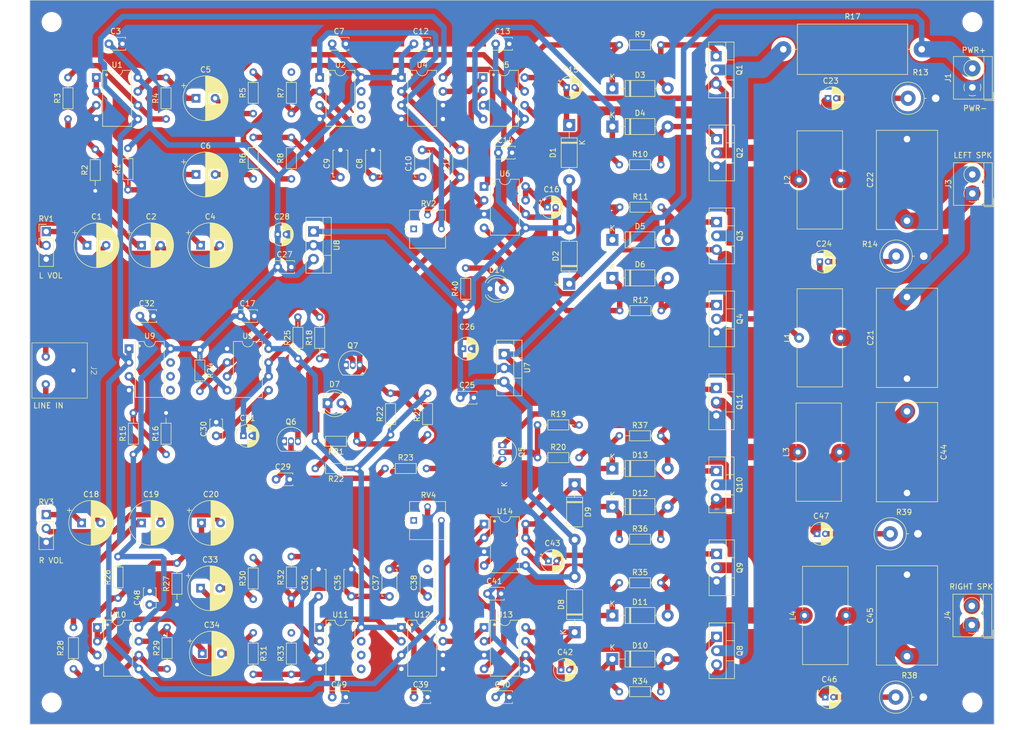
<source format=kicad_pcb>
(kicad_pcb (version 20221018) (generator pcbnew)
  (layers (0 "F.Cu" signal) (1 "In1.Cu" power) (2 "In2.Cu" power) (31 "B.Cu" power) (34 "B.Paste" user) (35 "F.Paste" user) (36 "B.SilkS" user "B.Silkscreen") (37 "F.SilkS" user "F.Silkscreen") (38 "B.Mask" user) (39 "F.Mask" user) (44 "Edge.Cuts" user))
  (net 0 "")
  (net 1 "+5V")
  (net 2 "GND")
  (net 3 "+12V")
  (net 4 "Net-(D1-K)")
  (net 5 "Net-(D2-K)")
  (net 6 "Net-(D3-A)")
  (net 7 "Net-(D4-K)")
  (net 8 "Net-(D4-A)")
  (net 9 "Net-(D5-A)")
  (net 10 "Net-(D6-K)")
  (net 11 "Net-(D6-A)")
  (net 12 "Net-(Q3-S)")
  (net 13 "Net-(Q1-S)")
  (net 14 "BIAS")
  (net 15 "B+")
  (net 16 "Net-(C6-Pad2)")
  (net 17 "Net-(C23-Pad2)")
  (net 18 "Net-(C24-Pad2)")
  (net 19 "Net-(C10-Pad2)")
  (net 20 "Net-(U1A-+)")
  (net 21 "Net-(U1A--)")
  (net 22 "Net-(U1B--)")
  (net 23 "Net-(U2A--)")
  (net 24 "Net-(U2A-+)")
  (net 25 "Net-(U4-+)")
  (net 26 "Net-(U4-Q)")
  (net 27 "Net-(U4-~{Q})")
  (net 28 "Net-(C1-Pad1)")
  (net 29 "Net-(C5-Pad2)")
  (net 30 "DRIVE+")
  (net 31 "Net-(Q5-B)")
  (net 32 "Net-(Q5-C)")
  (net 33 "Net-(D7-A)")
  (net 34 "Net-(Q6-C)")
  (net 35 "Net-(U3-DIS)")
  (net 36 "~{SHUTDOWN}")
  (net 37 "Net-(U3-CV)")
  (net 38 "Net-(U9A-+)")
  (net 39 "Net-(D3-K)")
  (net 40 "Net-(Q6-B)")
  (net 41 "Net-(Q7-B)")
  (net 42 "Net-(U3-Q)")
  (net 43 "Net-(C5-Pad1)")
  (net 44 "Net-(C2-Pad2)")
  (net 46 "Net-(C2-Pad1)")
  (net 47 "Net-(C18-Pad1)")
  (net 48 "Net-(C19-Pad1)")
  (net 49 "Net-(C19-Pad2)")
  (net 50 "Net-(U10A-+)")
  (net 51 "/Left Channel/LOUT-")
  (net 52 "/Left Channel/LOUT+")
  (net 53 "Net-(C33-Pad1)")
  (net 54 "Net-(C33-Pad2)")
  (net 55 "Net-(U10A--)")
  (net 56 "Net-(C34-Pad2)")
  (net 57 "Net-(U11A--)")
  (net 58 "Net-(U11A-+)")
  (net 59 "Net-(C37-Pad2)")
  (net 60 "Net-(U12-+)")
  (net 61 "Net-(D8-K)")
  (net 62 "Net-(Q8-S)")
  (net 63 "Net-(D12-K)")
  (net 64 "Net-(Q10-S)")
  (net 65 "Net-(C46-Pad2)")
  (net 66 "Net-(C47-Pad2)")
  (net 67 "Net-(D10-K)")
  (net 68 "Net-(D10-A)")
  (net 69 "Net-(D11-K)")
  (net 70 "Net-(D11-A)")
  (net 71 "Net-(D12-A)")
  (net 72 "Net-(D13-K)")
  (net 73 "Net-(D13-A)")
  (net 74 "Net-(U10B--)")
  (net 76 "Net-(U12-Q)")
  (net 77 "Net-(U12-~{Q})")
  (net 78 "LIN")
  (net 79 "RIN")
  (net 80 "/Right Channel/ROUT-")
  (net 81 "/Right Channel/ROUT+")
  (net 82 "Net-(D14-A)")
  (footprint "Resistor_THT:R_Axial_DIN0204_L3.6mm_D1.6mm_P7.62mm_Horizontal" (layer "F.Cu") (at 158.19 137)
    (fp_text reference "R36")
    (fp_text value "4.7")
  )
  (footprint "Resistor_THT:R_Axial_DIN0204_L3.6mm_D1.6mm_P7.62mm_Horizontal" (layer "F.Cu") (at 98 147.81 90)
    (fp_text reference "R32")
    (fp_text value "100k")
  )
  (footprint "Resistor_THT:R_Axial_DIN0204_L3.6mm_D1.6mm_P7.62mm_Horizontal" (layer "F.Cu") (at 123 117.81 90)
    (fp_text reference "R21")
    (fp_text value "220")
  )
  (footprint "PCM_Package_DIP_AKL:DIP-8_W7.62mm" (layer "F.Cu") (at 62.2 52.2)
    (fp_text reference "U1")
    (fp_text value "TL072" hide)
  )
  (footprint "Package_TO_SOT_THT:TO-220-3_Vertical" (layer "F.Cu") (at 176.055 154.94 -90)
    (fp_text reference "Q8")
    (fp_text value "IRF540N")
  )
  (footprint "Capacitor_THT:CP_Radial_D8.0mm_P3.50mm" (layer "F.Cu") (at 70.5 83)
    (fp_text reference "C2")
    (fp_text value "22u")
  )
  (footprint "Resistor_THT:R_Axial_DIN0922_L20.0mm_D9.0mm_P25.40mm_Horizontal" (layer "F.Cu") (at 213.7 47 180)
    (fp_text reference "R17")
    (fp_text value "0.5")
  )
  (footprint "Potentiometer_THT:TRIM_3362P-1-253LF" (layer "F.Cu") (at 123 80)
    (fp_text reference "RV2")
    (fp_text value "1k")
  )
  (footprint "Resistor_THT:R_Axial_DIN0204_L3.6mm_D1.6mm_P7.62mm_Horizontal" (layer "F.Cu") (at 110.01 119 180)
    (fp_text reference "R21")
    (fp_text value "220")
  )
  (footprint "Capacitor_THT:CP_Radial_D8.0mm_P3.50mm" (layer "F.Cu") (at 59.5 134)
    (fp_text reference "C18")
    (fp_text value "22u")
  )
  (footprint "PCM_Package_DIP_AKL:DIP-8_W7.62mm" (layer "F.Cu") (at 133.2 52.2)
    (fp_text reference "U5")
    (fp_text value "IR2184" hide)
  )
  (footprint "Diode_THT:D_DO-41_SOD81_P10.16mm_Horizontal" (layer "F.Cu") (at 150 154.08 90)
    (fp_text reference "D8")
    (fp_text value "1N4001")
  )
  (footprint "MountingHole:MountingHole_3.2mm_M3" (layer "F.Cu") (at 223 42)
    (fp_text reference "REF**" hide)
    (fp_text value "MountingHole_3.2mm_M3")
  )
  (footprint "Resistor_THT:R_Axial_DIN0204_L3.6mm_D1.6mm_P7.62mm_Horizontal" (layer "F.Cu") (at 77 149 90)
    (fp_text reference "R27")
    (fp_text value "22k")
  )
  (footprint "TerminalBlock_4Ucon:TerminalBlock_4Ucon_1x02_P3.50mm_Horizontal" (layer "F.Cu") (at 223 73.5 90)
    (fp_text reference "J3")
    (fp_text value "LEFT")
  )
  (footprint "Package_TO_SOT_THT:TO-220-3_Vertical" (layer "F.Cu") (at 176 124.46 -90)
    (fp_text reference "Q10")
    (fp_text value "IRF540N")
  )
  (footprint "Package_TO_SOT_THT:TO-220-3_Vertical" (layer "F.Cu") (at 137.055 103 -90)
    (fp_text reference "U7")
    (fp_text value "LM7812_TO220")
  )
  (footprint "Package_TO_SOT_THT:TO-220-3_Vertical" (layer "F.Cu") (at 176.055 63.5 -90)
    (fp_text reference "Q2")
    (fp_text value "IRF540N")
  )
  (footprint "Capacitor_THT:CP_Radial_D8.0mm_P3.50mm" (layer "F.Cu") (at 81.5 134)
    (fp_text reference "C20")
    (fp_text value "22u")
  )
  (footprint "Resistor_THT:R_Axial_DIN0204_L3.6mm_D1.6mm_P7.62mm_Horizontal" (layer "F.Cu") (at 68 72.81 90)
    (fp_text reference "R1")
    (fp_text value "22k")
  )
  (footprint "Capacitor_THT:C_Disc_D4.7mm_W2.5mm_P5.00mm" (layer "F.Cu") (at 123 147.5 90)
    (fp_text reference "C38")
    (fp_text value "1n")
  )
  (footprint "Resistor_THT:R_Axial_DIN0204_L3.6mm_D1.6mm_P7.62mm_Horizontal" (layer "F.Cu") (at 103.2 103.81 90)
    (fp_text reference "R18")
    (fp_text value "4.7k")
  )
  (footprint "Capacitor_THT:C_Disc_D3.4mm_W2.1mm_P2.50mm" (layer "F.Cu") (at 134 147)
    (fp_text reference "C41")
    (fp_text value "100n")
  )
  (footprint "Inductor_THT:L_Toroid_Vertical_L17.8mm_W8.1mm_P7.62mm_Bourns_5700" (layer "F.Cu") (at 191 121 90)
    (fp_text reference "L3")
    (fp_text value "33u")
  )
  (footprint "Capacitor_THT:C_Disc_D3.4mm_W2.1mm_P2.50mm" (layer "F.Cu") (at 88.7 96)
    (fp_text reference "C17")
    (fp_text value "100n")
  )
  (footprint "Resistor_THT:R_Axial_DIN0204_L3.6mm_D1.6mm_P7.62mm_Horizontal" (layer "F.Cu") (at 75 59.81 90)
    (fp_text reference "R4")
    (fp_text value "47k")
  )
  (footprint "Capacitor_THT:CP_Radial_D8.0mm_P3.50mm" (layer "F.Cu") (at 70.5 134)
    (fp_text reference "C19")
    (fp_text value "22u")
  )
  (footprint "Resistor_THT:R_Axial_DIN0614_L14.3mm_D5.7mm_P5.08mm_Vertical" (layer "F.Cu") (at 207.92 136)
    (fp_text reference "R39")
    (fp_text value "10")
  )
  (footprint "Capacitor_THT:C_Disc_D3.4mm_W2.1mm_P2.50mm" (layer "F.Cu") (at 70.2 96)
    (fp_text reference "C32")
    (fp_text value "100n")
  )
  (footprint "Capacitor_THT:CP_Radial_D4.0mm_P1.50mm" (layer "F.Cu") (at 196 166)
    (fp_text reference "C46")
    (fp_text value "10u")
  )
  (footprint "Capacitor_THT:CP_Radial_D4.0mm_P1.50mm" (layer "F.Cu") (at 89.2 118)
    (fp_text reference "C31")
    (fp_text value "10u")
  )
  (footprint "Resistor_THT:R_Axial_DIN0204_L3.6mm_D1.6mm_P7.62mm_Horizontal" (layer "F.Cu") (at 158.19 46.2)
    (fp_text reference "R9")
    (fp_text value "4.7")
  )
  (footprint "Resistor_THT:R_Axial_DIN0204_L3.6mm_D1.6mm_P7.62mm_Horizontal" (layer "F.Cu") (at 98 161.81 90)
    (fp_text reference "R33")
    (fp_text value "100k")
  )
  (footprint "Resistor_THT:R_Axial_DIN0204_L3.6mm_D1.6mm_P7.62mm_Horizontal" (layer "F.Cu") (at 91 148 90)
    (fp_text reference "R30")
    (fp_text value "3.3k")
  )
  (footprint "Resistor_THT:R_Axial_DIN0204_L3.6mm_D1.6mm_P7.62mm_Horizontal" (layer "F.Cu") (at 158.19 118)
    (fp_text reference "R37")
    (fp_text value "4.7")
  )
  (footprint "Diode_THT:D_DO-41_SOD81_P10.16mm_Horizontal" (layer "F.Cu") (at 149 60.92 -90)
    (fp_text reference "D1")
    (fp_text value "1N4001")
  )
  (footprint "Capacitor_THT:CP_Radial_D4.0mm_P1.50mm" (layer "F.Cu") (at 196.5 56)
    (fp_text reference "C23")
    (fp_text value "10u")
  )
  (footprint "Capacitor_THT:C_Disc_D4.7mm_W2.5mm_P5.00mm" (layer "F.Cu") (at 103 147.5 90)
    (fp_text reference "C36")
    (fp_text value "1n")
  )
  (footprint "Capacitor_THT:C_Disc_D3.4mm_W2.1mm_P2.50mm" (layer "F.Cu") (at 129 111)
    (fp_text reference "C25")
    (fp_text value "100n")
  )
  (footprint "Capacitor_THT:C_Rect_L18.0mm_W11.0mm_P15.00mm_FKS3_FKP3" (layer "F.Cu") (at 211 113.5 -90)
    (fp_text reference "C44")
    (fp_text value "1u")
  )
  (footprint "Capacitor_THT:C_Disc_D3.4mm_W2.1mm_P2.50mm" (layer "F.Cu") (at 135.5 46)
    (fp_text reference "C13")
    (fp_text value "100n")
  )
  (footprint "Capacitor_THT:CP_Radial_D4.0mm_P1.50mm" (layer "F.Cu") (at 145 76)
    (fp_text reference "C16")
    (fp_text value "1u")
  )
  (footprint "Capacitor_THT:C_Disc_D3.4mm_W2.1mm_P2.50mm" (layer "F.Cu") (at 105.5 46)
    (fp_text reference "C7")
    (fp_text value "100n")
  )
  (footprint "Diode_THT:D_DO-41_SOD81_P10.16mm_Horizontal" (layer "F.Cu") (at 156.92 89)
    (fp_text reference "D6")
    (fp_text value "SB140")
  )
  (footprint "Potentiometer_THT:TRIM_3362P-1-253LF" (layer "F.Cu") (at 123 133.54)
    (fp_text reference "RV4")
    (fp_text value "1k")
  )
  (footprint "Resistor_THT:R_Axial_DIN0204_L3.6mm_D1.6mm_P7.62mm_Horizontal" (layer "F.Cu") (at 158.27 76)
    (fp_text reference "R11")
    (fp_text value "4.7")
  )
  (footprint "Capacitor_THT:CP_Radial_D8.0mm_P3.50mm" (layer "F.Cu") (at 80.5 70)
    (fp_text reference "C6")
    (fp_text value "22u")
  )
  (footprint "Diode_THT:D_DO-41_SOD81_P10.16mm_Horizontal" (layer "F.Cu") (at 156.92 131)
    (fp_text reference "D12")
    (fp_text value "SB140")
  )
  (footprint "Package_TO_SOT_THT:TO-220-3_Vertical" (layer "F.Cu") (at 175.975 48.26 -90)
    (fp_text reference "Q1")
    (fp_text value "IRF540N")
  )
  (footprint "Resistor_THT:R_Axial_DIN0204_L3.6mm_D1.6mm_P7.62mm_Horizontal" (layer "F.Cu") (at 143.19 122)
    (fp_text reference "R20")
    (fp_text value "1k")
  )
  (footprint "Capacitor_THT:C_Disc_D3.4mm_W2.1mm_P2.50mm" (layer "F.Cu") (at 120.5 46)
    (fp_text reference "C12")
    (fp_text value "100n")
  )
  (footprint "Diode_THT:D_DO-41_SOD81_P10.16mm_Horizontal" (layer "F.Cu") (at 156.92 82)
    (fp_text reference "D5")
    (fp_text value "SB140")
  )
  (footprint "Inductor_THT:L_Toroid_Vertical_L17.8mm_W8.1mm_P7.62mm_Bourns_5700" (layer "F.Cu") (at 191.19 71 90)
    (fp_text reference "L2")
    (fp_text value "33u")
  )
  (footprint "Capacitor_THT:CP_Radial_D4.0mm_P1.50mm" (layer "F.Cu") (at 95.5 81)
    (fp_text reference "C28")
    (fp_text value "10u")
  )
  (footprint "Resistor_THT:R_Axial_DIN0204_L3.6mm_D1.6mm_P7.62mm_Horizontal" (layer "F.Cu") (at 122.81 124 180)
    (fp_text reference "R23")
    (fp_text value "4.7k")
  )
  (footprint "Capacitor_THT:CP_Radial_D8.0mm_P3.50mm" (layer "F.Cu") (at 80.5 56)
    (fp_text reference "C5")
    (fp_text value "22u")
  )
  (footprint "PCM_Package_DIP_AKL:DIP-8_W7.62mm" (layer "F.Cu") (at 133.38 134.2)
    (fp_text reference "U14")
    (fp_text value "IR2184" hide)
  )
  (footprint "Capacitor_THT:C_Disc_D4.7mm_W2.5mm_P5.00mm" (layer "F.Cu") (at 122 70.5 90)
    (fp_text reference "C10")
    (fp_text value "1n")
  )
  (footprint "PCM_Package_DIP_AKL:DIP-8_W7.62mm" (layer "F.Cu") (at 133.38 153.2)
    (fp_text reference "U13")
    (fp_text value "IR2184" hide)
  )
  (footprint "Capacitor_THT:C_Disc_D4.7mm_W2.5mm_P5.00mm" (layer "F.Cu") (at 116 147.5 90)
    (fp_text reference "C37")
    (fp_text value "1n")
  )
  (footprint "Capacitor_THT:C_Disc_D4.7mm_W2.5mm_P5.00mm" (layer "F.Cu") (at 113 70.5 90)
    (fp_text reference "C8")
    (fp_text value "1n")
  )
  (footprint "Capacitor_THT:CP_Radial_D4.0mm_P1.50mm" (layer "F.Cu") (at 148.5 54)
    (fp_text reference "C15")
    (fp_text value "1u")
  )
  (footprint "MountingHole:MountingHole_3.2mm_M3" (layer "F.Cu") (at 54 42)
    (fp_text reference "REF**" hide)
    (fp_text value "MountingHole_3.2mm_M3")
  )
  (footprint "Package_DIP:DIP-8_W7.62mm" (layer "F.Cu") (at 86.2 102)
    (fp_text reference "U3")
    (fp_text value "NE555P")
  )
  (footprint "Package_TO_SOT_THT:TO-220-3_Vertical" (layer "F.Cu") (at 176.055 139.7 -90)
    (fp_text reference "Q9")
    (fp_text value "IRF540N")
  )
  (footprint "Capacitor_THT:C_Disc_D3.4mm_W2.1mm_P2.50mm" (layer "F.Cu") (at 120.5 166)
    (fp_text reference "C39")
    (fp_text value "100n")
  )
  (footprint "Resistor_THT:R_Axial_DIN0204_L3.6mm_D1.6mm_P7.62mm_Horizontal" (layer "F.Cu") (at 158.19 68.2)
    (fp_text reference "R10")
    (fp_text value "4.7")
  )
  (footprint "Resistor_THT:R_Axial_DIN0204_L3.6mm_D1.6mm_P7.62mm_Horizontal" (layer "F.Cu") (at 69 121.42 90)
    (fp_text reference "R15")
    (fp_text value "47k")
  )
  (footprint "Connector_Audio:RCA_Stereo_Connector" (layer "F.Cu") (at 58 106 -90)
    (fp_text reference "J2")
    (fp_text value "Conn_Coaxial_x2")
  )
  (footprint "Resistor_THT:R_Axial_DIN0204_L3.6mm_D1.6mm_P7.62mm_Horizontal" (layer "F.Cu") (at 158.19 165)
    (fp_text reference "R34")
    (fp_text value "4.7")
  )
  (footprint "Capacitor_THT:CP_Radial_D4.0mm_P1.50mm" (layer "F.Cu") (at 145.18 141)
    (fp_text reference "C43")
    (fp_text value "1u")
  )
  (footprint "Resistor_THT:R_Axial_DIN0204_L3.6mm_D1.6mm_P7.62mm_Horizontal" (layer "F.Cu") (at 99.2 103.81 90)
    (fp_text reference "R25")
    (fp_text value "47k")
  )
  (footprint "PCM_Package_DIP_AKL:DIP-8_W7.62mm" (layer "F.Cu") (at 118.2 153.2)
    (fp_text reference "U12")
    (fp_text value "LT1016" hide)
  )
  (footprint "Capacitor_THT:CP_Radial_D4.0mm_P1.50mm" (layer "F.Cu") (at 129.5 102)
    (fp_text reference "C26")
    (fp_text value "10u")
  )
  (footprint "PCM_Package_DIP_AKL:DIP-8_W7.62mm" (layer "F.Cu") (at 118.2 52.2)
    (fp_text reference "U4")
    (fp_text value "LT1016" hide)
  )
  (footprint "Capacitor_THT:C_Rect_L18.0mm_W11.0mm_P15.00mm_FKS3_FKP3" (layer "F.Cu") (at 211 92.5 -90)
    (fp_text reference "C21")
    (fp_text value "1u")
  )
  (footprint "Diode_THT:D_DO-41_SOD81_P10.16mm_Horizontal" (layer "F.Cu") (at 149 90.08 90)
    (fp_text reference "D2")
    (fp_text value "1N4001")
  )
  (footprint "Inductor_THT:L_Toroid_Vertical_L17.8mm_W8.1mm_P7.62mm_Bourns_5700" (layer "F.Cu") (at 191.19 100 90)
    (fp_text reference "L1")
    (fp_text value "33u")
  )
  (footprint "Capacitor_THT:C_Disc_D3.4mm_W2.1mm_P2.50mm" (layer "F.Cu") (at 84.2 118 90)
    (fp_text reference "C30")
    (fp_text value "10n")
  )
  (footprint "LED_THT:LED_D4.0mm" (layer "F.Cu") (at 134.46 91)
    (fp_text reference "D14")
    (fp_text value "POWER")
  )
  (footprint "MountingHole:MountingHole_3.2mm_M3" (layer "F.Cu") (at 223 167)
    (fp_text reference "REF**" hide)
    (fp_text value "MountingHole_3.2mm_M3")
  )
  (footprint "Package_TO_SOT_THT:TO-220-3_Vertical" (layer "F.Cu") (at 176 109.22 -90)
    (fp_text reference "Q11")
    (fp_text value "IRF540N")
  )
  (footprint "Capacitor_THT:C_Disc_D3.4mm_W2.1mm_P2.50mm" (layer "F.Cu") (at 136 66)
    (fp_text reference "C14")
    (fp_text value "100n")
  )
  (footprint "Capacitor_THT:C_Disc_D3.4mm_W2.1mm_P2.50mm" (layer "F.Cu") (at 95.5 87)
    (fp_text reference "C27")
    (fp_text value "100n")
  )
  (footprint "Capacitor_THT:CP_Radial_D8.0mm_P3.50mm" (layer "F.Cu") (at 81.347349 146)
    (fp_text reference "C33")
    (fp_text value "22u")
  )
  (footprint "Resistor_THT:R_Axial_DIN0204_L3.6mm_D1.6mm_P7.62mm_Horizontal" (layer "F.Cu") (at 62 73 90)
    (fp_text reference "R2")
    (fp_text value "22k")
  )
  (footprint "Resistor_THT:R_Axial_DIN0204_L3.6mm_D1.6mm_P7.62mm_Horizontal" (layer "F.Cu") (at 91 58.81 90)
    (fp_text reference "R5")
    (fp_text value "3.3k")
  )
  (footprint "Resistor_THT:R_Axial_DIN0204_L3.6mm_D1.6mm_P7.62mm_Horizontal" (layer "F.Cu") (at 116.2 117.81 90)
    (fp_text reference "R22")
    (fp_text value "4.7k")
  )
  (footprint "Capacitor_THT:CP_Radial_D4.0mm_P1.50mm" (layer "F.Cu") (at 147.5 161)
    (fp_text reference "C42")
    (fp_text value "1u")
  )
  (footprint "Capacitor_THT:CP_Radial_D8.0mm_P3.50mm" (layer "F.Cu") (at 81.347349 83)
    (fp_text reference "C4")
    (fp_text value "22u")
  )
  (footprint "Diode_THT:D_DO-41_SOD81_P10.16mm_Horizontal" (layer "F.Cu") (at 156.92 159)
    (fp_text reference "D10")
    (fp_text value "SB140")
  )
  (footprint "Capacitor_THT:C_Disc_D4.7mm_W2.5mm_P5.00mm" (layer "F.Cu") (at 109 147.5 90)
    (fp_text reference "C35")
    (fp_text value "1n")
  )
  (footprint "Connector_PinHeader_2.54mm:PinHeader_1x03_P2.54mm_Vertical" (layer "F.Cu") (at 53 132.475)
    (fp_text reference "RV3")
    (fp_text value "50k")
  )
  (footprint "TerminalBlock_4Ucon:TerminalBlock_4Ucon_1x02_P3.50mm_Horizontal" (layer "F.Cu") (at 223 54 90)
    (fp_text reference "J1")
    (fp_text value "POWER")
  )
  (footprint "Capacitor_THT:C_Rect_L18.0mm_W11.0mm_P15.00mm_FKS3_FKP3" (layer "F.Cu") (at 211 158.5 90)
    (fp_text reference "C45")
    (fp_text value "1u")
  )
  (footprint "Diode_THT:D_DO-41_SOD81_P10.16mm_Horizontal" (layer "F.Cu") (at 156.92 151)
    (fp_text reference "D11")
    (fp_text value "SB140")
  )
  (footprint "Diode_THT:D_DO-41_SOD81_P10.16mm_Horizontal" (layer "F.Cu") (at 150 126.92 -90)
    (fp_text reference "D9")
    (fp_text value "1N4001")
  )
  (footprint "Resistor_THT:R_Axial_DIN0204_L3.6mm_D1.6mm_P7.62mm_Horizontal" (layer "F.Cu") (at 81.2 102.19 -90)
    (fp_text reference "R24")
    (fp_text value "4.7k")
  )
  (footprint "Resistor_THT:R_Axial_DIN0204_L3.6mm_D1.6mm_P7.62mm_Horizontal" (layer "F.Cu") (at 57 59.81 90)
    (fp_text reference "R3")
    (fp_text value "47k")
  )
  (footprint "Capacitor_THT:CP_Radial_D4.0mm_P1.50mm" (layer "F.Cu") (at 195 86)
    (fp_text reference "C24")
    (fp_text value "10u")
  )
  (footprint "Capacitor_THT:CP_Radial_D8.0mm_P3.50mm" (layer "F.Cu") (at 60.5 83)
    (fp_text reference "C1")
    (fp_text value "22u")
  )
  (footprint "Capacitor_THT:C_Disc_D3.4mm_W2.1mm_P2.50mm" (layer "F.Cu") (at 95.2 126)
    (fp_text reference "C29")
    (fp_text value "220n")
  )
  (footprint "Package_TO_SOT_THT:TO-220-3_Vertical" (layer "F.Cu") (at 176.055 93.98 -90)
    (fp_text reference "Q4")
    (fp_text value "IRF540N")
  )
  (footprint "Package_TO_SOT_THT:TO-92_Inline" (layer "F.Cu") (at 96.66 119)
    (fp_text reference "Q6")
    (fp_text value "2N3904")
  )
  (footprint "Package_TO_SOT_THT:TO-92_Inline" (layer "F.Cu") (at 136.73 119.73 -90)
    (fp_text reference "Q5")
    (fp_text value "2N3906")
  )
  (footprint "PCM_Package_DIP_AKL:DIP-8_W7.62mm" (layer "F.Cu") (at 133.38 72.2)
    (fp_text reference "U6")
    (fp_text value "IR2184" hide)
  )
  (footprint "Resistor_THT:R_Axial_DIN0204_L3.6mm_D1.6mm_P7.62mm_Horizontal" (layer "F.Cu") (at 75 121.42 90)
    (fp_text reference "R16")
    (fp_text value "47k")
  )
  (footprint "MountingHole:MountingHole_3.2mm_M3" (layer "F.Cu") (at 54 167)
    (fp_text reference "REF**" hide)
    (fp_text value "MountingHole_3.2mm_M3")
  )
  (footprint "Resistor_THT:R_Axial_DIN0614_L14.3mm_D5.7mm_P5.08mm_Vertical" (layer "F.Cu") (at 209 85)
    (fp_text reference "R14")
    (fp_text value "10")
  )
  (footprint "Resistor_THT:R_Axial_DIN0204_L3.6mm_D1.6mm_P7.62mm_Horizontal" (layer "F.Cu") (at 130 94.81 90)
    (fp_text reference "R40")
    (fp_text value "1k")
  )
  (footprint "Connector_PinHeader_2.54mm:PinHeader_1x03_P2.54mm_Vertical" (layer "F.Cu") (at 53 80.475)
    (fp_text reference "RV1")
    (fp_text value "50k")
  )
  (footprint "Resistor_THT:R_Axial_DIN0204_L3.6mm_D1.6mm_P7.62mm_Horizontal" (layer "F.Cu") (at 91 154.19 -90)
    (fp_text reference "R31")
    (fp_text value "3.3k")
  )
  (footprint "PCM_Package_DIP_AKL:DIP-8_W7.62mm" (layer "F.Cu") (at 103.2 52.2)
    (fp_text reference "U2")
    (fp_text value "TL072" hide)
  )
  (footprint "Diode_THT:D_DO-41_SOD81_P10.16mm_Horizontal" (layer "F.Cu") (at 156.92 54.2)
    (fp_text reference "D3")
    (fp_text value "SB140")
  )
  (footprint "Resistor_THT:R_Axial_DIN0204_L3.6mm_D1.6mm_P7.62mm_Horizontal" (layer "F.Cu") (at 110.01 124 180)
    (fp_text reference "R22")
    (fp_text value "4.7k")
  )
  (footprint "Package_TO_SOT_THT:TO-220-3_Vertical" (layer "F.Cu") (at 176.055 78.74 -90)
    (fp_text reference "Q3")
    (fp_text value "IRF540N")
  )
  (footprint "LED_THT:LED_D4.0mm" (layer "F.Cu") (at 104.66 112)
    (fp_text reference "D7")
    (fp_text value "FAULT")
  )
  (footprint "Resistor_THT:R_Axial_DIN0204_L3.6mm_D1.6mm_P7.62mm_Horizontal" (layer "F.Cu") (at 150.81 116 180)
    (fp_text reference "R19")
    (fp_text value "1.5k")
  )
  (footprint "Capacitor_THT:C_Disc_D4.7mm_W2.5mm_P5.00mm" (layer "F.Cu") (at 107 70.5 90)
    (fp_text reference "C9")
    (fp_text value "1n")
  )
  (footprint "Capacitor_THT:C_Disc_D3.4mm_W2.1mm_P2.50mm" (layer "F.Cu") (at 72 149 90)
    (fp_text reference "C48")
    (fp_text value "100n")
  )
  (footprint "Capacitor_THT:C_Disc_D3.4mm_W2.1mm_P2.50mm" (layer "F.Cu") (at 135.5 166)
    (fp_text reference "C40")
    (fp_text value "100n")
  )
  (footprint "Capacitor_THT:C_Disc_D4.7mm_W2.5mm_P5.00mm" (layer "F.Cu") (at 129 70.5 90)
    (fp_text reference "C11")
    (fp_text value "1n")
  )
  (footprint "Capacitor_THT:CP_Radial_D4.0mm_P1.50mm" (layer "F.Cu") (at 194.5 136)
    (fp_text reference "C47")
    (fp_text value "10u")
  )
  (footprint "Resistor_THT:R_Axial_DIN0204_L3.6mm_D1.6mm_P7.62mm_Horizontal" (layer "F.Cu") (at 158.27 95)
    (fp_text reference "R12")
    (fp_text value "4.7")
  )
  (footprint "Package_TO_SOT_THT:TO-92_Inline" (layer "F.Cu") (at 108 105)
    (fp_text reference "Q7")
    (fp_text value "2N3904")
  )
  (footprint "Resistor_THT:R_Axial_DIN0204_L3.6mm_D1.6mm_P7.62mm_Horizontal" (layer "F.Cu") (at 66.18 147.81 90)
    (fp_text reference "R26")
    (fp_text value "22k")
  )
  (footprint "Resistor_THT:R_Axial_DIN0204_L3.6mm_D1.6mm_P7.62mm_Horizontal" (layer "F.Cu") (at 58 153.19 -90)
    (fp_text reference "R28")
    (fp_text value "47k")
  )
  (footprint "Resistor_THT:R_Axial_DIN0204_L3.6mm_D1.6mm_P7.62mm_Horizontal" (layer "F.Cu") (at 98 63.19 -90)
    (fp_text reference "R8")
    (fp_text value "100k")
  )
  (footprint "TerminalBlock_4Ucon:TerminalBlock_4Ucon_1x02_P3.50mm_Horizontal" (layer "F.Cu") (at 222.9 152.75 90)
    (fp_text reference "J4")
    (fp_text value "RIGHT")
  )
  (footprint "Capacitor_THT:C_Disc_D3.4mm_W2.1mm_P2.50mm" (layer "F.Cu") (at 64.5 46)
    (fp_text reference "C3")
    (fp_text value "100n")
  )
  (footprint "Resistor_THT:R_Axial_DIN0614_L14.3mm_D5.7mm_P5.08mm_Vertical" (layer "F.Cu") (at 211.185 56)
    (fp_text reference "R13")
    (fp_text value "10")
  )
  (footprint "Resistor_THT:R_Axial_DIN0204_L3.6mm_D1.6mm_P7.62mm_Horizontal" (layer "F.Cu") (at 75.18 160.81 90)
    (fp_text reference "R29")
    (fp_text value "47k")
  )
  (footprint "Resistor_THT:R_Axial_DIN0204_L3.6mm_D1.6mm_P7.62mm_Horizontal" (layer "F.Cu") (at 91 70.81 90)
    (fp_text reference "R6")
    (fp_text value "3.3k")
  )
  (footprint "Capacitor_THT:C_Rect_L18.0mm_W11.0mm_P15.00mm_FKS3_FKP3" (layer "F.Cu") (at 211 78.5 90)
    (fp_text reference "C22")
    (fp_text value "1u")
  )
  (footprint "Diode_THT:D_DO-41_SOD81_P10.16mm_Horizontal" (layer "F.Cu") (at 156.92 124)
    (fp_text reference "D13")
    (fp_text value "SB140")
  )
  (footprint "PCM_Package_DIP_AKL:DIP-8_W7.62mm" (layer "F.Cu") (at 62.38 153.2)
    (fp_text reference "U10")
    (fp_text value "TL072" hide)
  )
  (footprint "Capacitor_THT:CP_Radial_D8.0mm_P3.50mm" (layer "F.Cu") (at 81.652651 158)
    (fp_text reference "C34")
    (fp_text value "22u")
  )
  (footprint "Resistor_THT:R_Axial_DIN0204_L3.6mm_D1.6mm_P7.62mm_Horizontal" (layer "F.Cu") (at 98 58.81 90)
    (fp_text reference "R7")
    (fp_text value "100k")
  )
  (footprint "Resistor_THT:R_Axial_DIN0204_L3.6mm_D1.6mm_P7.62mm_Horizontal" (layer "F.Cu") (at 158.19 145)
    (fp_text reference "R35")
    (fp_text value "4.7")
  )
  (footprint "Capacitor_THT:C_Disc_D3.4mm_W2.1mm_P2.50mm" (layer "F.Cu") (at 105.5 166)
    (fp_text reference "C49")
    (fp_text value "100n")
  )
  (footprint "PCM_Package_DIP_AKL:DIP-8_W7.62mm" (layer "F.Cu") (at 68.2 102)
    (fp_text reference "U9")
    (fp_text value "LM358" hide)
  )
  (footprint "Package_TO_SOT_THT:TO-220-3_Vertical" (layer "F.Cu") (at 102.055 80.46 -90)
    (fp_text reference "U8")
    (fp_text value "LM7805_TO220")
  )
  (footprint "PCM_Package_DIP_AKL:DIP-8_W7.62mm" (layer "F.Cu") (at 103.2 153.2)
    (fp_text reference "U11")
    (fp_text value "TL072" hide)
  )
  (footprint "Inductor_THT:L_Toroid_Vertical_L17.8mm_W8.1mm_P7.62mm_Bourns_5700" (layer "F.Cu") (at 192.19 151 90)
    (fp_text reference "L4")
    (fp_text value "33u")
  )
  (footprint "Diode_THT:D_DO-41_SOD81_P10.16mm_Horizontal" (layer "F.Cu") (at 156.92 61.2)
    (fp_text reference "D4")
    (fp_text value "SB140")
  )
  (footprint "Resistor_THT:R_Axial_DIN0614_L14.3mm_D5.7mm_P5.08mm_Vertical" (layer "F.Cu") (at 208.92 166)
    (fp_text reference "R38")
    (fp_text value "10")
  )
  (gr_rect (start 50 38) (end 227 171) (stroke (width 0.1)) (fill none) (layer "Edge.Cuts"))
  (gr_text "R VOL" (at 51.562 141.478) (layer "F.SilkS") (effects (font (size 1 1)) (justify left bottom)))
  (gr_text "PWR+" (at 220.98 47.752) (layer "F.SilkS") (effects (font (size 1 1)) (justify left bottom)))
  (gr_text "PWR-" (at 221.234 58.42) (layer "F.SilkS") (effects (font (size 1 1)) (justify left bottom)))
  (gr_text "RIGHT SPK" (at 218.694 146.304) (layer "F.SilkS") (effects (font (size 1 1)) (justify left bottom)))
  (gr_text "L VOL" (at 51.562 89.154) (layer "F.SilkS") (effects (font (size 1 1)) (justify left bottom)))
  (gr_text "LINE IN" (at 50.546 113.03) (layer "F.SilkS") (effects (font (size 1 1)) (justify left bottom)))
  (gr_text "LEFT SPK" (at 219.456 67.056) (layer "F.SilkS") (effects (font (size 1 1)) (justify left bottom)))
  (segment (start 105.5 158.52) (end 110.82 153.2) (width 1) (layer "F.Cu") (net 1))
  (segment (start 120.5 155.5) (end 118.2 153.2) (width 1) (layer "F.Cu") (net 1))
  (segment (start 105.5 166) (end 105.5 158.52) (width 1) (layer "F.Cu") (net 1))
  (segment (start 120.5 166) (end 120.5 155.5) (width 1) (layer "F.Cu") (net 1))
  (segment (start 97.39 102) (end 99.2 103.81) (width 1) (layer "B.Cu") (net 1))
  (segment (start 97 88.5) (end 99.095 88.5) (width 1) (layer "B.Cu") (net 1))
  (segment (start 70.4 107.42) (end 75.82 102) (width 1) (layer "B.Cu") (net 1))
  (segment (start 110.82 153.2) (end 118.2 153.2) (width 1) (layer "B.Cu") (net 1))
  (segment (start 75.82 102) (end 81.01 102) (width 1) (layer "B.Cu") (net 1))
  (segment (start 116.2 116.99) (end 116.2 117.81) (width 1) (layer "B.Cu") (net 1))
  (segment (start 95.5 81) (end 95.5 70.5) (width 1) (layer "B.Cu") (net 1))
  (segment (start 68 65.19) (end 72 61.19) (width 1) (layer "B.Cu") (net 1))
  (segment (start 93.82 101.12) (end 88.7 96) (width 1) (layer "B.Cu") (net 1))
  (segment (start 107.39 124) (end 102.39 119) (width 1) (layer "B.Cu") (net 1))
  (segment (start 88.7 93.8) (end 95.5 87) (width 1) (layer "B.Cu") (net 1))
  (segment (start 88.7 96) (end 88.7 93.8) (width 1) (layer "B.Cu") (net 1))
  (segment (start 99.2 103.81) (end 102.39 107) (width 1) (layer "B.Cu") (net 1))
  (segment (start 69 137.37) (end 69 121.42) (width 1) (layer "B.Cu") (net 1))
  (segment (start 74.595 140.595) (end 74.595 148.605) (width 1) (layer "B.Cu") (net 1))
  (segment (start 69 121.42) (end 70.4 120.02) (width 1) (layer "B.Cu") (net 1))
  (segment (start 70.4 120.02) (end 70.4 107.42) (width 1) (layer "B.Cu") (net 1))
  (segment (start 110.82 124.81) (end 110.82 153.2) (width 1) (layer "B.Cu") (net 1))
  (segment (start 118.2 48.3) (end 120.5 46) (width 1) (layer "B.Cu") (net 1))
  (segment (start 72 149) (end 74.2 149) (width 1) (layer "B.Cu") (net 1))
  (segment (start 88.7 96) (end 87.39 96) (width 1) (layer "B.Cu") (net 1))
  (segment (start 70.2 96.38) (end 75.82 102) (width 1) (layer "B.Cu") (net 1))
  (segment (start 69.82 51.32) (end 64.5 46) (width 1) (layer "B.Cu") (net 1))
  (segment (start 81.2 104.62) (end 86.2 109.62) (width 1) (layer "B.Cu") (net 1))
  (segment (start 102.39 107) (end 102.39 119) (width 1) (layer "B.Cu") (net 1))
  (segment (start 81.01 102) (end 81.2 102.19) (width 1) (layer "B.Cu") (net 1))
  (segment (start 93.82 102) (end 93.82 101.12) (width 1) (layer "B.Cu") (net 1))
  (segment (start 89.584047 64.584047) (end 95.5 70.5) (width 1) (layer "B.Cu") (net 1))
  (segment (start 118.2 52.2) (end 118.2 48.3) (width 1) (layer "B.Cu") (net 1))
  (segment (start 93.82 102) (end 97.39 102) (width 1) (layer "B.Cu") (net 1))
  (segment (start 109.32 53.7) (end 110.82 52.2) (width 1) (layer "B.Cu") (net 1))
  (segment (start 70.2 96) (end 70.2 96.38) (width 1) (layer "B.Cu") (net 1))
  (segment (start 74.595 148.605) (end 70 153.2) (width 1) (layer "B.Cu") (net 1))
  (segment (start 95.5 70.5) (end 109.32 56.68) (width 1) (layer "B.Cu") (net 1))
  (segment (start 69.82 52.2) (end 69.82 51.32) (width 1) (layer "B.Cu") (net 1))
  (segment (start 87.39 96) (end 81.2 102.19) (width 1) (layer "B.Cu") (net 1))
  (segment (start 110.82 52.2) (end 118.2 52.2) (width 1) (layer "B.Cu") (net 1))
  (segment (start 99.095 88.5) (end 102.055 85.54) (width 1) (layer "B.Cu") (net 1))
  (segment (start 81.2 102.19) (end 81.2 104.62) (width 1) (layer "B.Cu") (net 1))
  (segment (start 72 54.38) (end 69.82 52.2) (width 1) (layer "B.Cu") (net 1))
  (segment (start 74.2 149) (end 74.595 148.605) (width 1) (layer "B.Cu") (net 1))
  (segment (start 109.32 56.68) (end 109.32 53.7) (width 1) (layer "B.Cu") (net 1))
  (segment (start 110.01 124) (end 107.39 124) (width 1) (layer "B.Cu") (net 1))
  (segment (start 72 61.19) (end 75.394047 64.584047) (width 1) (layer "B.Cu") (net 1))
  (segment (start 66.18 140.19) (end 69 137.37) (width 1) (layer "B.Cu") (net 1))
  (segment (start 66.18 140.19) (end 74.19 140.19) (width 1) (layer "B.Cu") (net 1))
  (segment (start 123 110.19) (end 116.2 116.99) (width 1) (layer "B.Cu") (net 1))
  (segment (start 72 61.19) (end 72 54.38) (width 1) (layer "B.Cu") (net 1))
  (segment (start 105.5 46) (end 105.5 46.88) (width 1) (layer "B.Cu") (net 1))
  (segment (start 75.394047 64.584047) (end 89.584047 64.584047) (width 1) (layer "B.Cu") (net 1))
  (segment (start 105.5 46.88) (end 110.82 52.2) (width 1) (layer "B.Cu") (net 1))
  (segment (start 95.5 87) (end 95.5 81) (width 1) (layer "B.Cu") (net 1))
  (segment (start 95.5 87) (end 97 88.5) (width 1) (layer "B.Cu") (net 1))
  (segment (start 74.19 140.19) (end 74.595 140.595) (width 1) (layer "B.Cu") (net 1))
  (segment (start 110.01 124) (end 116.2 117.81) (width 1) (layer "B.Cu") (net 1))
  (segment (start 110.01 124) (end 110.82 124.81) (width 1) (layer "B.Cu") (net 1))
  (segment (start 130 94.81) (end 131.4 93.41) (width 1) (layer "B.Cu") (net 3))
  (segment (start 137.055 108.08) (end 141.79 112.815) (width 1) (layer "B.Cu") (net 3))
  (segment (start 139.18 141.82) (end 134 147) (width 1) (layer "B.Cu") (net 3))
  (segment (start 137.055 108.08) (end 131.92 108.08) (width 1) (layer "B.Cu") (net 3))
  (segment (start 129 95.81) (end 130 94.81) (width 1) (layer "B.Cu") (net 3))
  (segment (start 141 141.82) (end 139.18 141.82) (width 1) (layer "B.Cu") (net 3))
  (segment (start 131.4 93.41) (end 131.4 89.42) (width 1) (layer "B.Cu") (net 3))
  (segment (start 143.1 143.92) (end 141 141.82) (width 1) (layer "B.Cu") (net 3))
  (segment (start 136 66) (end 136 64.64) (width 1) (layer "B.Cu") (net 3))
  (segment (start 136 74.82) (end 141 79.82) (width 1) (layer "B.Cu") (net 3))
  (segment (start 149 79.92) (end 149 71.08) (width 1) (layer "B.Cu") (net 3))
  (segment (start 102.055 80.46) (end 115.65 80.46) (width 1) (layer "B.Cu") (net 3))
  (segment (start 140.68 160.82) (end 135.5 166) (width 1) (layer "B.Cu") (net 3))
  (segment (start 136 66) (end 136 74.82) (width 1) (layer "B.Cu") (net 3))
  (segment (start 134 147) (end 134.88 147.88) (width 1) (layer "B.Cu") (net 3))
  (segment (start 150 143.92) (end 150 137.08) (width 1) (layer "B.Cu") (net 3))
  (segment (start 148.9 79.82) (end 149 79.92) (width 1) (layer "B.Cu") (net 3))
  (segment (start 129 111) (end 129 95.81) (width 1) (layer "B.Cu") (net 3))
  (segment (start 131.4 89.42) (end 141 79.82) (width 1) (layer "B.Cu") (net 3))
  (segment (start 134.88 147.88) (end 134.88 154.7) (width 1) (layer "B.Cu") (net 3))
  (segment (start 141.79 128.87) (end 150 137.08) (width 1) (layer "B.Cu") (net 3))
  (segment (start 150 143.92) (end 143.1 143.92) (width 1) (layer "B.Cu") (net 3))
  (segment (start 115.65 80.46) (end 130 94.81) (width 1) (layer "B.Cu") (net 3))
  (segment (start 131.92 108.08) (end 129 111) (width 1) (layer "B.Cu") (net 3))
  (segment (start 141 160.82) (end 140.68 160.82) (width 1) (layer "B.Cu") (net 3))
  (segment (start 135.5 54.5) (end 140.82 59.82) (width 1) (layer "B.Cu") (net 3))
  (segment (start 136 64.64) (end 140.82 59.82) (width 1) (layer "B.Cu") (net 3))
  (segment (start 135.5 46) (end 135.5 54.5) (width 1) (layer "B.Cu") (net 3))
  (segment (start 141 79.82) (end 148.9 79.82) (width 1) (layer "B.Cu") (net 3))
  (segment (start 134.88 154.7) (end 141 160.82) (width 1) (layer "B.Cu") (net 3))
  (segment (start 141.79 112.815) (end 141.79 128.87) (width 1) (layer "B.Cu") (net 3))
  (segment (start 146.7 52.2) (end 148.5 54) (width 1) (layer "F.Cu") (net 4))
  (segment (start 149 60.92) (end 148.5 60.42) (width 1) (layer "F.Cu") (net 4))
  (segment (start 140.82 52.2) (end 146.7 52.2) (width 1) (layer "F.Cu") (net 4))
  (segment (start 148.5 60.42) (end 148.5 54) (width 1) (layer "F.Cu") (net 4))
  (segment (start 152.6 76) (end 150.8 77.8) (width 1) (layer "F.Cu") (net 5))
  (segment (start 158.27 76) (end 152.6 76) (width 1) (layer "F.Cu") (net 5))
  (segment (start 145 75) (end 146.5 73.5) (width 1) (layer "F.Cu") (net 5))
  (segment (start 149 90.08) (end 150.8 88.28) (width 1) (layer "F.Cu") (net 5))
  (segment (start 150.8 77.8) (end 146.5 73.5) (width 1) (layer "F.Cu") (net 5))
  (segment (start 156.92 82) (end 156.92 77.35) (width 1) (layer "F.Cu") (net 5))
  (segment (start 141 74.74) (end 141 72.2) (width 1) (layer "F.Cu") (net 5))
  (segment (start 145 76) (end 145 75) (width 1) (layer "F.Cu") (net 5))
  (segment (start 156.92 77.35) (end 158.27 76) (width 1) (layer "F.Cu") (net 5))
  (segment (start 145 76) (end 144.8 76) (width 1) (layer "F.Cu") (net 5))
  (segment (start 150.8 88.28) (end 150.8 77.8) (width 1) (layer "F.Cu") (net 5))
  (segment (start 144.8 76) (end 141 72.2) (width 1) (layer "F.Cu") (net 5))
  (segment (start 165.81 46.2) (end 165.81 52.93) (width 1) (layer "F.Cu") (net 6))
  (segment (start 174.795 46.2) (end 175.975 47.38) (width 1) (layer "F.Cu") (net 6))
  (segment (start 165.81 46.2) (end 174.795 46.2) (width 1) (layer "F.Cu") (net 6))
  (segment (start 165.81 52.93) (end 167.08 54.2) (width 1) (layer "F.Cu") (net 6))
  (segment (start 156.92 61.2) (end 156.92 66.93) (width 1) (layer "F.Cu") (net 7))
  (segment (start 156.92 66.93) (end 158.19 68.2) (width 1) (layer "F.Cu") (net 7))
  (segment (start 133.2 59.82) (end 131.7 58.32) (width 1) (layer "B.Cu") (net 7))
  (segment (start 131.7 58.32) (end 131.7 47.2) (width 1) (layer "B.Cu") (net 7))
  (segment (start 135.9 43) (end 142 43) (width 1) (layer "B.Cu") (net 7))
  (segment (start 156.92 57.92) (end 156.92 61.2) (width 1) (layer "B.Cu") (net 7))
  (segment (start 142 43) (end 156.92 57.92) (width 1) (layer "B.Cu") (net 7))
  (segment (start 131.7 47.2) (end 135.9 43) (width 1) (layer "B.Cu") (net 7))
  (segment (start 165.81 68.2) (end 165.81 62.47) (width 1) (layer "F.Cu") (net 8))
  (segment (start 173.755 61.2) (end 176.055 63.5) (width 1) (layer "F.Cu") (net 8))
  (segment (start 167.08 61.2) (end 173.755 61.2) (width 1) (layer "F.Cu") (net 8))
  (segment (start 165.81 62.47) (end 167.08 61.2) (width 1) (layer "F.Cu") (net 8))
  (segment (start 167.08 82) (end 167.08 77.19) (width 1) (layer "F.Cu") (net 9))
  (segment (start 168.63 78.74) (end 165.89 76) (width 1) (layer "F.Cu") (net 9))
  (segment (start 167.08 77.19) (end 165.89 76) (width 1) (layer "F.Cu") (net 9))
  (segment (start 176.055 78.74) (end 168.63 78.74) (width 1) (layer "F.Cu") (net 9))
  (segment (start 158.27 95) (end 158.27 90.35) (width 1) (layer "F.Cu") (net 10))
  (segment (start 148.56 95) (end 158.27 95) (width 1) (layer "F.Cu") (net 10))
  (segment (start 158.27 90.35) (end 156.92 89) (width 1) (layer "F.Cu") (net 10))
  (segment (start 133.38 79.82) (end 148.56 95) (width 1) (layer "F.Cu") (net 10))
  (segment (start 166.91 93.98) (end 165.89 95) (width 1) (layer "F.Cu") (net 11))
  (segment (start 165.89 95) (end 165.89 90.19) (width 1) (layer "F.Cu") (net 11))
  (segment (start 165.89 90.19) (end 167.08 89) (width 1) (layer "F.Cu") (net 11))
  (segment (start 176.055 93.98) (end 166.91 93.98) (width 1) (layer "F.Cu") (net 11))
  (segment (start 176.055 83.82) (end 158.44995 83.82) (width 1) (layer "F.Cu") (net 12))
  (segment (start 177.05133 96.52) (end 177.755 95.81633) (width 1) (layer "F.Cu") (net 12))
  (segment (start 146.5 90.76995) (end 146.5 76) (width 1) (layer "F.Cu") (net 12))
  (segment (start 176.055 96.52) (end 187.71 96.52) (width 1) (layer "F.Cu") (net 12))
  (segment (start 91.7 48) (end 133.287006 48) (width 1) (layer "F.Cu") (net 12))
  (segment (start 176.055 96.52) (end 177.05133 96.52) (width 1) (layer "F.Cu") (net 12))
  (segment (start 93.518897 58.281103) (end 88.8 53.562206) (width 1) (layer "F.Cu") (net 12))
  (segment (start 178.755 86.52) (end 178.755 95.636664) (width 3) (layer "F.Cu") (net 12))
  (segment (start 140 65.2) (end 140 71) (width 1) (layer "F.Cu") (net 12))
  (segment (start 89.2 62.6) (end 93.518897 58.281103) (width 1) (layer "F.Cu") (net 12))
  (segment (start 137.8 63) (end 140 65.2) (width 1) (layer "F.Cu") (net 12))
  (segment (start 88.8 50.9) (end 91.7 48) (width 1) (layer "F.Cu") (net 12))
  (segment (start 150.38995 91.88) (end 147.61005 91.88) (width 1) (layer "F.Cu") (net 12))
  (segment (start 141 77.28) (end 141.562129 77.842129) (width 1) (layer "F.Cu") (net 12))
  (segment (start 140 71) (end 139 72) (width 1) (layer "F.Cu") (net 12))
  (segment (start 137 51.712994) (end 137 63) (width 1) (layer "F.Cu") (net 12))
  (segment (start 177.755 85.52) (end 176.055 83.82) (width 1) (layer "F.Cu") (net 12))
  (segment (start 158.44995 83.82) (end 150.38995 91.88) (width 1) (layer "F.Cu") (net 12))
  (segment (start 146.5 77.5) (end 146.5 76) (width 1) (layer "F.Cu") (net 12))
  (segment (start 96.21 70.81) (end 89.2 63.8) (width 1) (layer "F.Cu") (net 12))
  (segment (start 187.71 96.52) (end 191.19 100) (width 1) (layer "F.Cu") (net 12))
  (segment (start 139 72) (end 139 75.28) (width 1) (layer "F.Cu") (net 12))
  (segment (start 89.2 63.8) (end 89.2 62.6) (width 1) (layer "F.Cu") (net 12))
  (segment (start 139 75.28) (end 141 77.28) (width 1) (layer "F.Cu") (net 12))
  (segment (start 98 70.81) (end 96.21 70.81) (width 1) (layer "F.Cu") (net 12))
  (segment (start 141.562129 77.842129) (end 146.157871 77.842129) (width 1) (layer "F.Cu") (net 12))
  (segment (start 88.8 53.562206) (end 88.8 50.9) (width 1) (layer "F.Cu") (net 12))
  (segment (start 133.287006 48) (end 137 51.712994) (width 1) (layer "F.Cu") (net 12))
  (segment (start 177.755 85.52) (end 178.755 86.52) (width 3) (layer "F.Cu") (net 12))
  (segment (start 137 63) (end 137.8 63) (width 1) (layer "F.Cu") (net 12))
  (segment (start 147.61005 91.88) (end 146.5 90.76995) (width 1) (layer "F.Cu") (net 12))
  (segment (start 146.157871 77.842129) (end 146.5 77.5) (width 1) (layer "F.Cu") (net 12))
  (segment (start 151 62.10995) (end 151 55) (width 1) (layer "F.Cu") (net 13))
  (segment (start 191.19 71) (end 186.23 66.04) (width 3) (layer "F.Cu") (net 13))
  (segment (start 186.23 66.04) (end 180.34 66.04) (width 3) (layer "F.Cu") (net 13))
  (segment (start 152 56) (end 150 54) (width 1) (layer "F.Cu") (net 13))
  (segment (start 177.8 55.165) (end 177.8 66.04) (width 1) (layer "F.Cu") (net 13))
  (segment (start 150.38995 62.72) (end 151 62.10995) (width 1) (layer "F.Cu") (net 13))
  (segment (start 172.435 56) (end 152 56) (width 1) (layer "F.Cu") (net 13))
  (segment (start 151 55) (end 150 54) (width 1) (layer "F.Cu") (net 13))
  (segment (start 146.26 62.72) (end 150.38995 62.72) (width 1) (layer "F.Cu") (net 13))
  (segment (start 175.975 53.34) (end 177.8 55.165) (width 1) (layer "F.Cu") (net 13))
  (segment (start 177.8 66.04) (end 180.34 66.04) (width 2) (layer "F.Cu") (net 13))
  (segment (start 176.055 66.04) (end 177.8 66.04) (width 2) (layer "F.Cu") (net 13))
  (segment (start 175.975 52.46) (end 172.435 56) (width 1) (layer "F.Cu") (net 13))
  (segment (start 140.82 57.28) (end 146.26 62.72) (width 1) (layer "F.Cu") (net 13))
  (segment (start 118.2 158.5) (end 118.2 158.28) (width 1) (layer "B.Cu") (net 14))
  (segment (start 66.6 63.04) (end 69.82 59.82) (width 1) (layer "B.Cu") (net 14))
  (segment (start 68.2 104.54) (end 68.2 102) (width 1) (layer "B.Cu") (net 14))
  (segment (start 69.82 59.82) (end 63.7 53.7) (width 1) (layer "B.Cu") (net 14))
  (segment (start 101.5 164.5) (end 102.5 163.5) (width 1) (layer "B.Cu") (net 14))
  (segment (start 126 43) (end 126 49.48) (width 1) (layer "B.Cu") (net 14))
  (segment (start 67 41) (end 124 41) (width 1) (layer "B.Cu") (net 14))
  (segment (start 64.5 155.32) (end 64.5 108.24) (width 1) (layer "B.Cu") (net 14))
  (segment (start 118.2 158.28) (end 125.54 150.94) (width 1) (layer "B.Cu") (net 14))
  (segment (start 63 49.125792) (end 63 45) (width 1) (layer "B.Cu") (net 14))
  (segment (start 124 41) (end 126 43) (width 1) (layer "B.Cu") (net 14))
  (segment (start 63.7 53.7) (end 63.7 49.825792) (width 1) (layer "B.Cu") (net 14))
  (segment (start 63.7 49.825792) (end 63 49.125792) (width 1) (layer "B.Cu") (net 14))
  (segment (start 73.68 164.5) (end 101.5 164.5) (width 1) (layer "B.Cu") (net 14))
  (segment (start 125.54 64.62) (end 125.54 80) (width 1) (layer "B.Cu") (net 14))
  (segment (start 68.2 104.54) (end 66.6 102.94) (width 1) (layer "B.Cu") (net 14))
  (segment (start 126 49.48) (end 118.2 57.28) (width 1) (layer "B.Cu") (net 14))
  (segment (start 70 160.82) (end 73.68 164.5) (width 1) (layer "B.Cu") (net 14))
  (segment (start 102.5 163.5) (end 113.2 163.5) (width 1) (layer "B.Cu") (net 14))
  (segment (start 63 45) (end 67 41) (width 1) (layer "B.Cu") (net 14))
  (segment (start 64.5 108.24) (end 68.2 104.54) (width 1) (layer "B.Cu") (net 14))
  (segment (start 118.2 57.28) (end 125.54 64.62) (width 1) (layer "B.Cu") (net 14))
  (segment (start 125.54 150.94) (end 125.54 133.54) (width 1) (layer "B.Cu") (net 14))
  (segment (start 66.6 102.94) (end 66.6 63.04) (width 1) (layer "B.Cu") (net 14))
  (segment (start 113.2 163.5) (end 118.2 158.5) (width 1) (layer "B.Cu") (net 14))
  (segment (start 70 160.82) (end 64.5 155.32) (width 1) (layer "B.Cu") (net 14))
  (segment (start 150.055 116) (end 148.0275 113.9725) (width 1) (layer "F.Cu") (net 15))
  (segment (start 148.0275 113.9725) (end 137.055 103) (width 1) (layer "F.Cu") (net 15))
  (segment (start 136.73 119.73) (end 142.46 114) (width 1) (layer "F.Cu") (net 15))
  (segment (start 150.81 116) (end 150.055 116) (width 1) (layer "F.Cu") (net 15))
  (segment (start 148 114) (end 148.0275 113.9725) (width 1) (layer "F.Cu") (net 15))
  (segment (start 142.46 114) (end 148 114) (width 1) (layer "F.Cu") (net 15))
  (segment (start 213.7 47) (end 218.7 47) (width 3) (layer "B.Cu") (net 15))
  (segment (start 166.1 77.9) (end 164.36995 77.9) (width 1) (layer "B.Cu") (net 15))
  (segment (start 213.7 47) (end 213.7 42) (width 1) (layer "B.Cu") (net 15))
  (segment (start 218.7 47) (end 222.2 50.5) (width 3) (layer "B.Cu") (net 15))
  (segment (start 170 74) (end 166.1 77.9) (width 1) (layer "B.Cu") (net 15))
  (segment (start 176 41) (end 170 47) (width 1) (layer "B.Cu") (net 15))
  (segment (start 213.7 42) (end 212.7 41) (width 1) (layer "B.Cu") (net 15))
  (segment (start 222.2 50.5) (end 223 50.5) (width 3) (layer "B.Cu") (net 15))
  (segment (start 212.7 41) (end 176 41) (width 1) (layer "B.Cu") (net 15))
  (segment (start 170 47) (end 170 74) (width 1) (layer "B.Cu") (net 15))
  (segment (start 139.26995 103) (end 137.055 103) (width 1) (layer "B.Cu") (net 15))
  (segment (start 164.36995 77.9) (end 139.26995 103) (width 1) (layer "B.Cu") (net 15))
  (segment (start 84 70) (end 90.19 70) (width 1) (layer "F.Cu") (net 16))
  (segment (start 90.19 70) (end 91 70.81) (width 1) (layer "F.Cu") (net 16))
  (segment (start 211.185 56) (end 198 56) (width 1) (layer "F.Cu") (net 17))
  (segment (start 196.5 86) (end 208 86) (width 1) (layer "F.Cu") (net 18))
  (segment (start 208 86) (end 209 85) (width 1) (layer "F.Cu") (net 18))
  (segment (start 124 65.5) (end 129 70.5) (width 1) (layer "F.Cu") (net 19))
  (segment (start 122 65.5) (end 124 65.5) (width 1) (layer "F.Cu") (net 19))
  (segment (start 123 76.5) (end 129 70.5) (width 1) (layer "F.Cu") (net 19))
  (segment (start 123 77.46) (end 123 76.5) (width 1) (layer "F.Cu") (net 19))
  (segment (start 71.157349 72.81) (end 81.347349 83) (width 1) (layer "F.Cu") (net 20))
  (segment (start 68 72.81) (end 68 71.38) (width 1) (layer "F.Cu") (net 20))
  (segment (start 68 71.38) (end 62 65.38) (width 1) (layer "F.Cu") (net 20))
  (segment (start 68 72.81) (end 71.157349 72.81) (width 1) (layer "F.Cu") (net 20))
  (segment (start 60.7 58.78) (end 62.2 57.28) (width 1) (layer "F.Cu") (net 20))
  (segment (start 60.7 64.08) (end 60.7 58.78) (width 1) (layer "F.Cu") (net 20))
  (segment (start 62 65.38) (end 60.7 64.08) (width 1) (layer "F.Cu") (net 20))
  (segment (start 80.5 70) (end 70 70) (width 1) (layer "F.Cu") (net 21))
  (segment (start 62.2 54.74) (end 62.2 52.2) (width 1) (layer "F.Cu") (net 21))
  (segment (start 70 70) (end 63.7 63.7) (width 1) (layer "F.Cu") (net 21))
  (segment (start 63.7 56.24) (end 62.2 54.74) (width 1) (layer "F.Cu") (net 21))
  (segment (start 63.7 63.7) (end 63.7 56.24) (width 1) (layer "F.Cu") (net 21))
  (segment (start 75 59.81) (end 72.35 59.81) (width 1) (layer "F.Cu") (net 22))
  (segment (start 62.58995 50) (end 59.19 50) (width 1) (layer "F.Cu") (net 22))
  (segment (start 69.82 57.28) (end 69.82 57.23005) (width 1) (layer "F.Cu") (net 22))
  (segment (start 59.19 50) (end 57 52.19) (width 1) (layer "F.Cu") (net 22))
  (segment (start 72.35 59.81) (end 69.82 57.28) (width 1) (layer "F.Cu") (net 22))
  (segment (start 69.82 57.23005) (end 62.58995 50) (width 1) (layer "F.Cu") (net 22))
  (segment (start 108.5 66) (end 108.5 60.04) (width 1) (layer "F.Cu") (net 23))
  (segment (start 113 70.5) (end 122 70.5) (width 1) (layer "F.Cu") (net 23))
  (segment (start 98 58.81) (end 102.07 54.74) (width 1) (layer "F.Cu") (net 23))
  (segment (start 98 58.19) (end 98 58.81) (width 1) (layer "F.Cu") (net 23))
  (segment (start 108.5 60.04) (end 103.2 54.74) (width 1) (layer "F.Cu") (net 23))
  (segment (start 113 70.5) (end 108.5 66) (width 1) (layer "F.Cu") (net 23))
  (segment (start 91 51.19) (end 98 58.19) (width 1) (layer "F.Cu") (net 23))
  (segment (start 102.07 54.74) (end 103.2 54.74) (width 1) (layer "F.Cu") (net 23))
  (segment (start 107 61.08) (end 105.5 62.58) (width 1) (layer "F.Cu") (net 24))
  (segment (start 98 63.19) (end 91 63.19) (width 1) (layer "F.Cu") (net 24))
  (segment (start 107 70.5) (end 105.31 70.5) (width 1) (layer "F.Cu") (net 24))
  (segment (start 103.2 57.28) (end 107 61.08) (width 1) (layer "F.Cu") (net 24))
  (segment (start 105.5 69) (end 107 70.5) (width 1) (layer "F.Cu") (net 24))
  (segment (start 105.31 70.5) (end 98 63.19) (width 1) (layer "F.Cu") (net 24))
  (segment (start 105.5 62.58) (end 105.5 69) (width 1) (layer "F.Cu") (net 24))
  (segment (start 128.96 65.5) (end 129 65.5) (width 1) (layer "F.Cu") (net 25))
  (segment (start 118.2 54.74) (end 128.96 65.5) (width 1) (layer "F.Cu") (net 25))
  (segment (start 124 44) (end 104.7 44) (width 1) (layer "B.Cu") (net 25))
  (segment (start 103.2 45.5) (end 103.2 52.2) (width 1) (layer "B.Cu") (net 25))
  (segment (start 124.5 44.5) (end 124 44) (width 1) (layer "B.Cu") (net 25))
  (segment (start 124.5 48.5) (end 124.5 44.5) (width 1) (layer "B.Cu") (net 25))
  (segment (start 118.2 54.74) (end 118.26 54.74) (width 1) (layer "B.Cu") (net 25))
  (segment (start 104.7 44) (end 103.2 45.5) (width 1) (layer "B.Cu") (net 25))
  (segment (start 118.26 54.74) (end 124.5 48.5) (width 1) (layer "B.Cu") (net 25))
  (segment (start 130.66 54.74) (end 133.2 52.2) (width 1) (layer "F.Cu") (net 26))
  (segment (start 125.82 54.74) (end 130.66 54.74) (width 1) (layer "F.Cu") (net 26))
  (segment (start 134 71.58) (end 133.38 72.2) (width 1) (layer "F.Cu") (net 27))
  (segment (start 134.942896 62.057104) (end 134 63) (width 1) (layer "F.Cu") (net 27))
  (segment (start 125.82 52.2) (end 127.32 50.7) (width 1) (layer "F.Cu") (net 27))
  (segment (start 127.32 50.7) (end 134.28995 50.7) (width 1) (layer "F.Cu") (net 27))
  (segment (start 134.942896 51.352946) (end 134.942896 62.057104) (width 1) (layer "F.Cu") (net 27))
  (segment (start 134.28995 50.7) (end 134.942896 51.352946) (width 1) (layer "F.Cu") (net 27))
  (segment (start 134 63) (end 134 71.58) (width 1) (layer "F.Cu") (net 27))
  (segment (start 53 80.475) (end 57.975 80.475) (width 1) (layer "F.Cu") (net 28))
  (segment (start 57.975 80.475) (end 60.5 83) (width 1) (layer "F.Cu") (net 28))
  (segment (start 86.81 58.81) (end 84 56) (width 1) (layer "F.Cu") (net 29))
  (segment (start 91 58.81) (end 86.81 58.81) (width 1) (layer "F.Cu") (net 29))
  (segment (start 166.37 126.492) (end 168.148 126.492) (width 1) (layer "F.Cu") (net 30))
  (segment (start 168.148 126.492) (end 171.8325 122.8075) (width 1) (layer "F.Cu") (net 30))
  (segment (start 177.8 123.31755) (end 177.8 126.19633) (width 1) (layer "F.Cu") (net 30))
  (segment (start 177.28995 122.8075) (end 177.8 123.31755) (width 1) (layer "F.Cu") (net 30))
  (segment (start 156.732 116.078) (end 159.785104 116.078) (width 1) (layer "F.Cu") (net 30))
  (segment (start 159.785104 119.907104) (end 166.37 126.492) (width 1) (layer "F.Cu") (net 30))
  (segment (start 150.81 122) (end 156.732 116.078) (width 1) (layer "F.Cu") (net 30))
  (segment (start 159.785104 116.078) (end 159.785104 119.907104) (width 1) (layer "F.Cu") (net 30))
  (segment (start 171.8325 122.8075) (end 177.28995 122.8075) (width 1) (layer "F.Cu") (net 30))
  (segment (start 176.99633 127) (end 176 127) (width 1) (layer "F.Cu") (net 30))
  (segment (start 177.8 126.19633) (end 176.99633 127) (width 1) (layer "F.Cu") (net 30))
  (segment (start 175.975 50.8) (end 180.34 50.8) (width 2) (layer "B.Cu") (net 30))
  (segment (start 184.5 50.8) (end 180.34 50.8) (width 3) (layer "B.Cu") (net 30))
  (segment (start 176.055 157.48) (end 180.34 157.48) (width 2) (layer "B.Cu") (net 30))
  (segment (start 188.3 47) (end 184.5 50.8) (width 3) (layer "B.Cu") (net 30))
  (segment (start 180.34 127) (end 180.34 157.48) (width 3) (layer "B.Cu") (net 30))
  (segment (start 180.34 50.8) (end 180.34 81.28) (width 3) (layer "B.Cu") (net 30))
  (segment (start 176 127) (end 180.34 127) (width 2) (layer "B.Cu") (net 30))
  (segment (start 180.34 81.28) (end 180.34 127) (width 3) (layer "B.Cu") (net 30))
  (segment (start 176.055 81.28) (end 180.34 81.28) (width 2) (layer "B.Cu") (net 30))
  (segment (start 142.19 121) (end 143.19 122) (width 1) (layer "F.Cu") (net 31))
  (segment (start 136.73 121) (end 142.19 121) (width 1) (layer "F.Cu") (net 31))
  (segment (start 143.19 122) (end 143.19 116) (width 1) (layer "F.Cu") (net 31))
  (segment (start 122.81 124) (end 135 124) (width 1) (layer "F.Cu") (net 32))
  (segment (start 135 124) (end 136.73 122.27) (width 1) (layer "F.Cu") (net 32))
  (segment (start 110.01 119) (end 110.502264 119.492264) (width 1) (layer "F.Cu") (net 33))
  (segment (start 110.01 119) (end 110.01 114.81) (width 1) (layer "F.Cu") (net 33))
  (segment (start 110.01 114.81) (end 107.2 112) (width 1) (layer "F.Cu") (net 33))
  (segment (start 121.317736 119.492264) (end 123 117.81) (width 1) (layer "F.Cu") (net 33))
  (segment (start 110.502264 119.492264) (end 121.317736 119.492264) (width 1) (layer "F.Cu") (net 33))
  (segment (start 104.6 95.6) (end 102 93) (width 1) (layer "F.Cu") (net 34))
  (segment (start 98.582944 93) (end 87.042944 104.54) (width 1) (layer "F.Cu") (net 34))
  (segment (start 99.2 119) (end 99.2 105.8) (width 1) (layer "F.Cu") (net 34))
  (segment (start 102 93) (end 98.582944 93) (width 1) (layer "F.Cu") (net 34))
  (segment (start 99.2 105.8) (end 104.6 100.4) (width 1) (layer "F.Cu") (net 34))
  (segment (start 104.6 100.4) (end 104.6 95.6) (width 1) (layer "F.Cu") (net 34))
  (segment (start 81.2 109.54) (end 86.2 104.54) (width 1) (layer "F.Cu") (net 34))
  (segment (start 87.042944 104.54) (end 86.2 104.54) (width 1) (layer "F.Cu") (net 34))
  (segment (start 81.2 109.81) (end 81.2 109.54) (width 1) (layer "F.Cu") (net 34))
  (segment (start 99.2 99.16) (end 99.2 96.19) (width 1) (layer "F.Cu") (net 35))
  (segment (start 93.82 104.54) (end 99.2 99.16) (width 1) (layer "F.Cu") (net 35))
  (segment (start 89.2 111.7) (end 93.82 107.08) (width 1) (layer "B.Cu") (net 35))
  (segment (start 93.82 107.08) (end 93.82 104.54) (width 1) (layer "B.Cu") (net 35))
  (segment (start 89.2 118) (end 89.2 111.7) (width 1) (layer "B.Cu") (net 35))
  (segment (start 134.185792 149.3) (end 133.7 149.3) (width 1) (layer "F.Cu") (net 36))
  (segment (start 133.7 149.3) (end 131.88 147.48) (width 1) (layer "F.Cu") (net 36))
  (segment (start 134.18 155.74) (end 135 154.92) (width 1) (layer "F.Cu") (net 36))
  (segment (start 110.54 105) (end 110.54 97.58) (width 1) (layer "F.Cu") (net 36))
  (segment (start 116.584047 124.584047) (end 121.4 129.4) (width 1) (layer "F.Cu") (net 36))
  (segment (start 133.38 155.74) (end 134.18 155.74) (width 1) (layer "F.Cu") (net 36))
  (segment (start 122.507736 120.692264) (end 120.47583 120.692264) (width 1) (layer "F.Cu") (net 36))
  (segment (start 110.54 97.58) (end 133.38 74.74) (width 1) (layer "F.Cu") (net 36))
  (segment (start 124.7 117.3) (end 124.7 118.5) (width 1) (layer "F.Cu") (net 36))
  (segment (start 120.47583 120.692264) (end 116.584047 124.584047) (width 1) (layer "F.Cu") (net 36))
  (segment (start 116.2 110.19) (end 117.59 110.19) (width 1) (layer "F.Cu") (net 36))
  (segment (start 131.16995 129.4) (end 134.88 133.11005) (width 1) (layer "F.Cu") (net 36))
  (segment (start 116.2 110.19) (end 115.73 110.19) (width 1) (layer "F.Cu") (net 36))
  (segment (start 102.39 124) (end 104.66 121.73) (width 1) (layer "F.Cu") (net 36))
  (segment (start 104.66 121.73) (end 104.66 112) (width 1) (layer "F.Cu") (net 36))
  (segment (start 131.88 147.48) (end 131.88 138.24) (width 1) (layer "F.Cu") (net 36))
  (segment (start 134.88 135.28995) (end 133.42995 136.74) (width 1) (layer "F.Cu") (net 36))
  (segment (start 133.38 74.74) (end 132.58 74.74) (width 1) (layer "F.Cu") (net 36))
  (segment (start 131 56.94) (end 133.2 54.74) (width 1) (layer "F.Cu") (net 36))
  (segment (start 135 150.114208) (end 134.185792 149.3) (width 1) (layer "F.Cu") (net 36))
  (segment (start 133.42995 136.74) (end 133.38 136.74) (width 1) (layer "F.Cu") (net 36))
  (segment (start 110.54 106.12) (end 110.54 105) (width 1) (layer "F.Cu") (net 36))
  (segment (start 134.88 133.11005) (end 134.88 135.28995) (width 1) (layer "F.Cu") (net 36))
  (segment (start 131.88 138.24) (end 133.38 136.74) (width 1) (layer "F.Cu") (net 36))
  (segment (start 124.7 118.5) (end 122.507736 120.692264) (width 1) (layer "F.Cu") (net 36))
  (segment (start 104.66 112) (end 110.54 106.12) (width 1) (layer "F.Cu") (net 36))
  (segment (start 117.59 110.19) (end 124.7 117.3) (width 1) (layer "F.Cu") (net 36))
  (segment (start 132.58 74.74) (end 131 73.16) (width 1) (layer "F.Cu") (net 36))
  (segment (start 135 154.92) (end 135 150.114208) (width 1) (layer "F.Cu") (net 36))
  (segment (start 115.73 110.19) (end 110.54 105) (width 1) (layer "F.Cu") (net 36))
  (segment (start 121.4 129.4) (end 131.16995 129.4) (width 1) (layer "F.Cu") (net 36))
  (segment (start 131 73.16) (end 131 56.94) (width 1) (layer "F.Cu") (net 36))
  (segment (start 85.44 118) (end 93.82 109.62) (width 1) (layer "F.Cu") (net 37))
  (segment (start 84.2 118) (end 85.44 118) (width 1) (layer "F.Cu") (net 37))
  (segment (start 69 113.8) (end 69.7 113.1) (width 1) (layer "F.Cu") (net 38))
  (segment (start 69 115.42) (end 69 113.8) (width 1) (layer "F.Cu") (net 38))
  (segment (start 69.7 108.58) (end 68.2 107.08) (width 1) (layer "F.Cu") (net 38))
  (segment (start 69.7 113.1) (end 69.7 108.58) (width 1) (layer "F.Cu") (net 38))
  (segment (start 75 121.42) (end 69 115.42) (width 1) (layer "F.Cu") (net 38))
  (segment (start 144.5 46.2) (end 158.19 46.2) (width 1) (layer "F.Cu") (net 39))
  (segment (start 139.32 51.38) (end 144.5 46.2) (width 1) (layer "F.Cu") (net 39))
  (segment (start 140.82 54.74) (end 139.32 53.24) (width 1) (layer "F.Cu") (net 39))
  (segment (start 139.32 53.24) (end 139.32 51.38) (width 1) (layer "F.Cu") (net 39))
  (segment (start 156.92 47.47) (end 158.19 46.2) (width 1) (layer "F.Cu") (net 39))
  (segment (start 156.92 54.2) (end 156.92 47.47) (width 1) (layer "F.Cu") (net 39))
  (segment (start 115.19 124) (end 113.39 125.8) (width 1) (layer "F.Cu") (net 40))
  (segment (start 97.93 123.27) (end 95.2 126) (width 1) (layer "F.Cu") (net 40))
  (segment (start 97.93 119) (end 97.93 123.27) (width 1) (layer "F.Cu") (net 40))
  (segment (start 113.39 125.8) (end 100.46 125.8) (width 1) (layer "F.Cu") (net 40))
  (segment (start 100.46 125.8) (end 97.93 123.27) (width 1) (layer "F.Cu") (net 40))
  (segment (start 103.692264 103.317736) (end 108.582686 103.317736) (width 1) (layer "F.Cu") (net 41))
  (segment (start 109.27 104.00505) (end 109.27 105) (width 1) (layer "F.Cu") (net 41))
  (segment (start 108.582686 103.317736) (end 109.27 104.00505) (width 1) (layer "F.Cu") (net 41))
  (segment (start 103.2 103.81) (end 103.692264 103.317736) (width 1) (layer "F.Cu") (net 41))
  (segment (start 86.2 107.08) (end 98.88 94.4) (width 1) (layer "F.Cu") (net 42))
  (segment (start 101.41 94.4) (end 103.2 96.19) (width 1) (layer "F.Cu") (net 42))
  (segment (start 98.88 94.4) (end 101.41 94.4) (width 1) (layer "F.Cu") (net 42))
  (segment (start 78.81 56) (end 75 52.19) (width 1) (layer "F.Cu") (net 43))
  (segment (start 75 52.19) (end 72.37 52.19) (width 1) (layer "F.Cu") (net 43))
  (segment (start 80.5 56) (end 78.81 56) (width 1) (layer "F.Cu") (net 43))
  (segment (start 72.37 52.19) (end 69.82 54.74) (width 1) (layer "F.Cu") (net 43))
  (segment (start 68.5 84.5) (end 62.925 78.925) (width 1) (layer "F.Cu") (net 44))
  (segment (start 74 83) (end 72.5 84.5) (width 1) (layer "F.Cu") (net 44))
  (segment (start 83.347349 84.5) (end 75.5 84.5) (width 1) (layer "F.Cu") (net 44))
  (segment (start 51.575 78.925) (end 51.45 79.05) (width 1) (layer "F.Cu") (net 44))
  (segment (start 72.5 84.5) (end 68.5 84.5) (width 1) (layer "F.Cu") (net 44))
  (segment (start 52.15 83.015) (end 53 83.015) (width 1) (layer "F.Cu") (net 44))
  (segment (start 84.847349 83) (end 83.347349 84.5) (width 1) (layer "F.Cu") (net 44))
  (segment (start 75.5 84.5) (end 74 83) (width 1) (layer "F.Cu") (net 44))
  (segment (start 51.45 82.315) (end 52.15 83.015) (width 1) (layer "F.Cu") (net 44))
  (segment (start 51.45 79.05) (end 51.45 82.315) (width 1) (layer "F.Cu") (net 44))
  (segment (start 62.925 78.925) (end 51.575 78.925) (width 1) (layer "F.Cu") (net 44))
  (segment (start 57 70.3) (end 57 59.81) (width 1) (layer "F.Cu") (net 46))
  (segment (start 70.5 83) (end 69.7 83) (width 1) (layer "F.Cu") (net 46))
  (segment (start 69.7 83) (end 57 70.3) (width 1) (layer "F.Cu") (net 46))
  (segment (start 57.975 132.475) (end 59.5 134) (width 1) (layer "F.Cu") (net 47))
  (segment (start 53 132.475) (end 57.975 132.475) (width 1) (layer "F.Cu") (net 47))
  (segment (start 58 145.7) (end 69.7 134) (width 1) (layer "F.Cu") (net 48))
  (segment (start 58 153.19) (end 58 145.7) (width 1) (layer "F.Cu") (net 48))
  (segment (start 69.7 134) (end 70.5 134) (width 1) (layer "F.Cu") (net 48))
  (segment (start 74 134) (end 74 132.5) (width 1) (layer "F.Cu") (net 49))
  (segment (start 53 135.015) (end 53.598568 135.613568) (width 1) (layer "F.Cu") (net 49))
  (segment (start 83.5 132.5) (end 85 134) (width 1) (layer "F.Cu") (net 49))
  (segment (start 53.598568 135.613568) (end 65.386432 135.613568) (width 1) (layer "F.Cu") (net 49))
  (segment (start 74 132.5) (end 83.5 132.5) (width 1) (layer "F.Cu") (net 49))
  (segment (start 65.386432 135.613568) (end 68.5 132.5) (width 1) (layer "F.Cu") (net 49))
  (segment (start 68.5 132.5) (end 74 132.5) (width 1) (layer "F.Cu") (net 49))
  (segment (start 60.88 156.98) (end 60.88 152.11005) (width 1) (layer "F.Cu") (net 50))
  (segment (start 77 141.38) (end 72.61 141.38) (width 1) (layer "F.Cu") (net 50))
  (segment (start 60.88 152.11005) (end 65.18005 147.81) (width 1) (layer "F.Cu") (net 50))
  (segment (start 72.61 141.38) (end 66.18 147.81) (width 1) (layer "F.Cu") (net 50))
  (segment (start 81.5 136.88) (end 77 141.38) (width 1) (layer "F.Cu") (net 50))
  (segment (start 81.5 134) (end 81.5 136.88) (width 1) (layer "F.Cu") (net 50))
  (segment (start 62.38 158.28) (end 62.18 158.28) (width 1) (layer "F.Cu") (net 50))
  (segment (start 65.18005 147.81) (end 66.18 147.81) (width 1) (layer "F.Cu") (net 50))
  (segment (start 62.18 158.28) (end 60.88 156.98) (width 1) (layer "F.Cu") (net 50))
  (segment (start 203.5 100) (end 211 92.5) (width 3) (layer "F.Cu") (net 51))
  (segment (start 195 96.19) (end 195 86) (width 1) (layer "F.Cu") (net 51))
  (segment (start 198.81 100) (end 203.5 100) (width 3) (layer "F.Cu") (net 51))
  (segment (start 198.81 100) (end 195 96.19) (width 1) (layer "F.Cu") (net 51))
  (segment (start 221.695836 70) (end 223 70) (width 3) (layer "B.Cu") (net 51))
  (segment (start 211 92.5) (end 220.1 83.4) (width 3) (layer "B.Cu") (net 51))
  (segment (start 220.1 71.595836) (end 221.695836 70) (width 3) (layer "B.Cu") (net 51))
  (segment (start 220.1 83.4) (end 220.1 71.595836) (width 3) (layer "B.Cu") (net 51))
  (segment (start 198.81 71) (end 196.2 68.39) (width 2) (layer "F.Cu") (net 52))
  (segment (start 211 78.5) (end 218 78.5) (width 3) (layer "F.Cu") (net 52))
  (segment (start 203.5 71) (end 211 78.5) (width 3) (layer "F.Cu") (net 52))
  (segment (start 198.81 71) (end 203.5 71) (width 3) (layer "F.Cu") (net 52))
  (segment (start 218 78.5) (end 223 73.5) (width 3) (layer "F.Cu") (net 52))
  (segment (start 196.2 68.39) (end 196.2 56.745584) (width 2) (layer "F.Cu") (net 52))
  (segment (start 80.562701 159.5) (end 82.742601 159.5) (width 1) (layer "F.Cu") (net 53))
  (segment (start 83.152651 159.08995) (end 83.152651 147.805302) (width 1) (layer "F.Cu") (net 53))
  (segment (start 70 155.74) (end 72.63 155.74) (width 1) (layer "F.Cu") (net 53))
  (segment (start 75.18 154.117299) (end 80.562701 159.5) (width 1) (layer "F.Cu") (net 53))
  (segment (start 83.152651 147.805302) (end 81.347349 146) (width 1) (layer "F.Cu") (net 53))
  (segment (start 72.63 155.74) (end 75.18 153.19) (width 1) (layer "F.Cu") (net 53))
  (segment (start 75.18 153.19) (end 75.18 154.117299) (width 1) (layer "F.Cu") (net 53))
  (segment (start 82.742601 159.5) (end 83.152651 159.08995) (width 1) (layer "F.Cu") (net 53))
  (segment (start 84.847349 146) (end 89 146) (width 1) (layer "F.Cu") (net 54))
  (segment (start 89 146) (end 91 148) (width 1) (layer "F.Cu") (net 54))
  (segment (start 81.652651 157.2) (end 81.652651 158) (width 1) (layer "F.Cu") (net 55))
  (segment (start 62.38 153.2) (end 62.38 155.74) (width 1) (layer "F.Cu") (net 55))
  (segment (start 76.152651 151.7) (end 81.652651 157.2) (width 1) (layer "F.Cu") (net 55))
  (segment (start 66.42 151.7) (end 76.152651 151.7) (width 1) (layer "F.Cu") (net 55))
  (segment (start 62.38 155.74) (end 66.42 151.7) (width 1) (layer "F.Cu") (net 55))
  (segment (start 85.152651 158) (end 87.19 158) (width 1) (layer "F.Cu") (net 56))
  (segment (start 87.19 158) (end 91 154.19) (width 1) (layer "F.Cu") (net 56))
  (segment (start 98 151.34) (end 102.4 155.74) (width 1) (layer "F.Cu") (net 57))
  (segment (start 98 147.38) (end 98 147.81) (width 1) (layer "F.Cu") (net 57))
  (segment (start 102.4 155.74) (end 103.2 155.74) (width 1) (layer "F.Cu") (net 57))
  (segment (start 99.81 146) (end 107.5 146) (width 1) (layer "F.Cu") (net 57))
  (segment (start 91 140.38) (end 98 147.38) (width 1) (layer "F.Cu") (net 57))
  (segment (start 107.5 146) (end 109 147.5) (width 1) (layer "F.Cu") (net 57))
  (segment (start 98 147.81) (end 98 151.34) (width 1) (layer "F.Cu") (net 57))
  (segment (start 109 147.5) (end 116 147.5) (width 1) (layer "F.Cu") (net 57))
  (segment (start 98 147.81) (end 99.81 146) (width 1) (layer "F.Cu") (net 57))
  (segment (start 99.67 161.81) (end 103.2 158.28) (width 1) (layer "F.Cu") (net 58))
  (segment (start 91 161.81) (end 98 161.81) (width 1) (layer "F.Cu") (net 58))
  (segment (start 98 161.81) (end 99.67 161.81) (width 1) (layer "F.Cu") (net 58))
  (segment (start 101.7 148.8) (end 101.7 156.78) (width 1) (layer "B.Cu") (net 58))
  (segment (start 101.7 156.78) (end 103.2 158.28) (width 1) (layer "B.Cu") (net 58))
  (segment (start 103 147.5) (end 101.7 148.8) (width 1) (layer "B.Cu") (net 58))
  (segment (start 116 142.5) (end 118 142.5) (width 1) (layer "F.Cu") (net 59))
  (segment (start 123 135.5) (end 123 131) (width 1) (layer "F.Cu") (net 59))
  (segment (start 118 142.5) (end 123 147.5) (width 1) (layer "F.Cu") (net 59))
  (segment (start 116 142.5) (end 123 135.5) (width 1) (layer "F.Cu") (net 59))
  (segment (start 113.7 151.7) (end 117.74 155.74) (width 1) (layer "F.Cu") (net 60))
  (segment (start 117.74 155.74) (end 118.2 155.74) (width 1) (layer "F.Cu") (net 60))
  (segment (start 104.7 151.7) (end 113.7 151.7) (width 1) (layer "F.Cu") (net 60))
  (segment (start 103.2 153.2) (end 104.7 151.7) (width 1) (layer "F.Cu") (net 60))
  (segment (start 150 154.08) (end 141.88 154.08) (width 1) (layer "F.Cu") (net 61))
  (segment (start 141.88 154.08) (end 141 153.2) (width 1) (layer "F.Cu") (net 61))
  (segment (start 147.5 161) (end 147.5 156.58) (width 1) (layer "F.Cu") (net 61))
  (segment (start 147.5 156.58) (end 150 154.08) (width 1) (layer "F.Cu") (net 61))
  (segment (start 176.055 160.02) (end 176.055 162.08) (width 1) (layer "F.Cu") (net 62))
  (segment (start 177.42 162.08) (end 176.055 162.08) (width 2) (layer "F.Cu") (net 62))
  (segment (start 171.135 167) (end 165.5 167) (width 1) (layer "F.Cu") (net 62))
  (segment (start 98 140.19) (end 109.19 140.19) (width 1) (layer "F.Cu") (net 62))
  (segment (start 178.255 161.245) (end 177.42 162.08) (width 2) (layer "F.Cu") (net 62))
  (segment (start 124.32 156.73005) (end 124.32 161.82) (width 1) (layer "F.Cu") (net 62))
  (segment (start 158.7 157.2) (end 152.8 157.2) (width 1) (layer "F.Cu") (net 62))
  (segment (start 152.8 157.2) (end 149 161) (width 1) (layer "F.Cu") (net 62))
  (segment (start 192.19 151) (end 180.34 151) (width 3) (layer "F.Cu") (net 62))
  (segment (start 116.885792 144.885792) (end 119.28995 147.28995) (width 1) (layer "F.Cu") (net 62))
  (segment (start 178.255 150.5) (end 178.255 161.245) (width 2) (layer "F.Cu") (net 62))
  (segment (start 158.72 157.22) (end 158.7 157.2) (width 1) (layer "F.Cu") (net 62))
  (segment (start 109.19 140.19) (end 113.885792 144.885792) (width 1) (layer "F.Cu") (net 62))
  (segment (start 124.82 162.32) (end 136.96 162.32) (width 1) (layer "F.Cu") (net 62))
  (segment (start 149 167) (end 164.289792 167) (width 1) (layer "F.Cu") (net 62))
  (segment (start 180.34 151) (end 178.755 151) (width 3) (layer "F.Cu") (net 62))
  (segment (start 113.885792 144.885792) (end 116.885792 144.885792) (width 1) (layer "F.Cu") (net 62))
  (segment (start 158.72 160.22) (end 158.72 157.22) (width 1) (layer "F.Cu") (net 62))
  (segment (start 136.96 162.32) (end 141 158.28) (width 1) (layer "F.Cu") (net 62))
  (segment (start 165.5 167) (end 164.894896 166.394896) (width 1) (layer "F.Cu") (net 62))
  (segment (start 142.5 159.78) (end 142.5 160.5) (width 1) (layer "F.Cu") (net 62))
  (segment (start 164.289792 167) (end 164.894896 166.394896) (width 1) (layer "F.Cu") (net 62))
  (segment (start 176.055 142.24) (end 180.34 142.24) (width 2) (layer "F.Cu") (net 62))
  (segment (start 164.894896 166.394896) (end 158.72 160.22) (width 1) (layer "F.Cu") (net 62))
  (segment (start 119.28995 147.28995) (end 119.28995 151.7) (width 1) (layer "F.Cu") (net 62))
  (segment (start 141 158.28) (end 142.5 159.78) (width 1) (layer "F.Cu") (net 62))
  (segment (start 124.32 161.82) (end 124.82 162.32) (width 1) (layer "F.Cu") (net 62))
  (segment (start 176.055 162.08) (end 171.135 167) (width 1) (layer "F.Cu") (net 62))
  (segment (start 142.5 160.5) (end 149 167) (width 1) (layer "F.Cu") (net 62))
  (segment (start 180.34 151) (end 180.34 142.24) (width 3) (layer "F.Cu") (net 62))
  (segment (start 119.28995 151.7) (end 124.32 156.73005) (width 1) (layer "F.Cu") (net 62))
  (segment (start 158.19 132.27) (end 156.92 131) (width 1) (layer "F.Cu") (net 63))
  (segment (start 145.18 141) (end 145.18 140.92) (width 1) (layer "F.Cu") (net 63))
  (segment (start 154.08 131) (end 150 126.92) (width 1) (layer "F.Cu") (net 63))
  (segment (start 141 134.2) (end 142.72 134.2) (width 1) (layer "F.Cu") (net 63))
  (segment (start 141 134.2) (end 141 136.74) (width 1) (layer "F.Cu") (net 63))
  (segment (start 158.19 137) (end 158.19 132.27) (width 1) (layer "F.Cu") (net 63))
  (segment (start 156.92 131) (end 154.08 131) (width 1) (layer "F.Cu") (net 63))
  (segment (start 142.72 134.2) (end 150 126.92) (width 1) (layer "F.Cu") (net 63))
  (segment (start 145.18 140.92) (end 141 136.74) (width 1) (layer "F.Cu") (net 63))
  (segment (start 166.433334 139.953332) (end 176 130.386666) (width 1) (layer "F.Cu") (net 64))
  (segment (start 179.7 121.5) (end 179.7 130.3) (width 2) (layer "F.Cu") (net 64))
  (segment (start 146.68 141) (end 147.726668 139.953332) (width 1) (layer "F.Cu") (net 64))
  (segment (start 176 112) (end 176.99633 112) (width 2) (layer "F.Cu") (net 64))
  (segment (start 146.68 141) (end 146.68 141.68995) (width 1) (layer "F.Cu") (net 64))
  (segment (start 179.7 130.3) (end 179.613334 130.386666) (width 2) (layer "F.Cu") (net 64))
  (segment (start 146.68 141.68995) (end 146.06995 142.3) (width 1) (layer "F.Cu") (net 64))
  (segment (start 179.7 114.70367) (end 179.7 121.5) (width 2) (layer "F.Cu") (net 64))
  (segment (start 146.06995 142.3) (end 144.02 142.3) (width 1) (layer "F.Cu") (net 64))
  (segment (start 179.613334 130.386666) (end 176 130.386666) (width 2) (layer "F.Cu") (net 64))
  (segment (start 144.02 142.3) (end 141 139.28) (width 1) (layer "F.Cu") (net 64))
  (segment (start 176.99633 112) (end 179.7 114.70367) (width 2) (layer "F.Cu") (net 64))
  (segment (start 191 121) (end 180.2 121) (width 3) (layer "F.Cu") (net 64))
  (segment (start 147.726668 139.953332) (end 166.433334 139.953332) (width 1) (layer "F.Cu") (net 64))
  (segment (start 180.2 121) (end 179.7 121.5) (width 2) (layer "F.Cu") (net 64))
  (segment (start 197.5 166) (end 208.92 166) (width 1) (layer "F.Cu") (net 65))
  (segment (start 196 136) (end 207.92 136) (width 1) (layer "F.Cu") (net 66))
  (segment (start 146.2 161.88995) (end 146.2 160.94) (width 1) (layer "F.Cu") (net 67))
  (segment (start 156.92 159) (end 153.62 162.3) (width 1) (layer "F.Cu") (net 67))
  (segment (start 153.62 162.3) (end 146.61005 162.3) (width 1) (layer "F.Cu") (net 67))
  (segment (start 156.92 159) (end 156.92 163.73) (width 1) (layer "F.Cu") (net 67))
  (segment (start 146.61005 162.3) (end 146.2 161.88995) (width 1) (layer "F.Cu") (net 67))
  (segment (start 146.2 160.94) (end 141 155.74) (width 1) (layer "F.Cu") (net 67))
  (segment (start 156.92 163.73) (end 158.19 165) (width 1) (layer "F.Cu") (net 67))
  (segment (start 167.08 159) (end 171.995 159) (width 1) (layer "F.Cu") (net 68))
  (segment (start 165.81 165) (end 165.81 160.27) (width 1) (layer "F.Cu") (net 68))
  (segment (start 165.81 160.27) (end 167.08 159) (width 1) (layer "F.Cu") (net 68))
  (segment (start 171.995 159) (end 176.055 154.94) (width 1) (layer "F.Cu") (net 68))
  (segment (start 137 157.2) (end 137 151) (width 1) (layer "F.Cu") (net 69))
  (segment (start 156.92 151) (end 156.92 146.27) (width 1) (layer "F.Cu") (net 69))
  (segment (start 137 151) (end 156.92 151) (width 1) (layer "F.Cu") (net 69))
  (segment (start 156.92 146.27) (end 158.19 145) (width 1) (layer "F.Cu") (net 69))
  (segment (start 133.38 160.82) (end 137 157.2) (width 1) (layer "F.Cu") (net 69))
  (segment (start 176.055 139.7) (end 171.11 139.7) (width 1) (layer "F.Cu") (net 70))
  (segment (start 171.11 139.7) (end 165.81 145) (width 1) (layer "F.Cu") (net 70))
  (segment (start 167.08 146.27) (end 165.81 145) (width 1) (layer "F.Cu") (net 70))
  (segment (start 167.08 151) (end 167.08 146.27) (width 1) (layer "F.Cu") (net 70))
  (segment (start 165.81 137) (end 165.81 132.27) (width 1) (layer "F.Cu") (net 71))
  (segment (start 173.62 124.46) (end 167.08 131) (width 1) (layer "F.Cu") (net 71))
  (segment (start 176 124.46) (end 173.62 124.46) (width 1) (layer "F.Cu") (net 71))
  (segment (start 165.81 132.27) (end 167.08 131) (width 1) (layer "F.Cu") (net 71))
  (segment (start 133.38 141.82) (end 139.1 136.1) (width 1) (layer "F.Cu") (net 72))
  (segment (start 139.1 136.1) (end 139.1 133.7) (width 1) (layer "F.Cu") (net 72))
  (segment (start 156.92 124) (end 156.92 119.27) (width 1) (layer "F.Cu") (net 72))
  (segment (start 148.8 124) (end 156.92 124) (width 1) (layer "F.Cu") (net 72))
  (segment (start 156.92 119.27) (end 158.19 118) (width 1) (layer "F.Cu") (net 72))
  (segment (start 139.1 133.7) (end 148.8 124) (width 1) (layer "F.Cu") (net 72))
  (segment (start 167.08 124) (end 167.08 119.27) (width 1) (layer "F.Cu") (net 73))
  (segment (start 165.81 117.4) (end 173.75 109.46) (width 1) (layer "F.Cu") (net 73))
  (segment (start 173.75 109.46) (end 176 109.46) (width 1) (layer "F.Cu") (net 73))
  (segment (start 165.81 118) (end 165.81 117.4) (width 1) (layer "F.Cu") (net 73))
  (segment (start 167.08 119.27) (end 165.81 118) (width 1) (layer "F.Cu") (net 73))
  (segment (start 75.18 160.81) (end 72.53 160.81) (width 1) (layer "F.Cu") (net 74))
  (segment (start 65.96 162.32) (end 70 158.28) (width 1) (layer "F.Cu") (net 74))
  (segment (start 59.51 162.32) (end 65.96 162.32) (width 1) (layer "F.Cu") (net 74))
  (segment (start 72.53 160.81) (end 70 158.28) (width 1) (layer "F.Cu") (net 74))
  (segment (start 58 160.81) (end 59.51 162.32) (width 1) (layer "F.Cu") (net 74))
  (segment (start 125.82 155.74) (end 130.84 155.74) (width 1) (layer "F.Cu") (net 76))
  (segment (start 130.84 155.74) (end 133.38 153.2) (width 1) (layer "F.Cu") (net 76))
  (segment (start 125.82 141.76) (end 133.38 134.2) (width 1) (layer "F.Cu") (net 77))
  (segment (start 125.82 153.2) (end 125.82 141.76) (width 1) (layer "F.Cu") (net 77))
  (segment (start 52.92 103.46) (end 52.92 94.08) (width 1) (layer "F.Cu") (net 78))
  (segment (start 52.92 94.08) (end 64 83) (width 1) (layer "F.Cu") (net 78))
  (segment (start 52.92 108.54) (end 52.92 123.92) (width 1) (layer "F.Cu") (net 79))
  (segment (start 52.92 123.92) (end 63 134) (width 1) (layer "F.Cu") (net 79))
  (segment (start 198.62 121) (end 203.5 121) (width 3) (layer "F.Cu") (net 80))
  (segment (start 203.5 121) (end 211 113.5) (width 3) (layer "F.Cu") (net 80))
  (segment (start 222.9 149.25) (end 222.9 135.7) (width 3) (layer "F.Cu") (net 80))
  (segment (start 222.9 135.7) (end 208.2 121) (width 3) (layer "F.Cu") (net 80))
  (segment (start 208.2 121) (end 198.62 121) (width 3) (layer "F.Cu") (net 80))
  (segment (start 194.2 125.42) (end 194.2 135.254416) (width 2) (layer "F.Cu") (net 80))
  (segment (start 198.62 121) (end 194.2 125.42) (width 2) (layer "F.Cu") (net 80))
  (segment (start 199.81 151) (end 203.5 151) (width 3) (layer "F.Cu") (net 81))
  (segment (start 217.15 158.5) (end 222.9 152.75) (width 3) (layer "F.Cu") (net 81))
  (segment (start 195.7 155.11) (end 195.7 165.254416) (width 2) (layer "F.Cu") (net 81))
  (segment (start 199.81 151) (end 195.7 155.11) (width 2) (layer "F.Cu") (net 81))
  (segment (start 203.5 151) (end 211 158.5) (width 3) (layer "F.Cu") (net 81))
  (segment (start 211 158.5) (end 217.15 158.5) (width 3) (layer "F.Cu") (net 81))
  (segment (start 130 87.19) (end 134.08507 87.19) (width 1) (layer "F.Cu") (net 82))
  (segment (start 137 90.10493) (end 137 91) (width 1) (layer "F.Cu") (net 82))
  (segment (start 134.08507 87.19) (end 137 90.10493) (width 1) (layer "F.Cu") (net 82))
  (zone (net 2) (net_name "GND") (layer "F.Cu") (priority 2) (connect_pads yes (clearance 1)) (min_thickness 0.25) (fill yes (thermal_gap 0.5) (thermal_bridge_width 0.5))
    (polygon (pts (xy 50.8 38.1) (xy 226.06 38.1) (xy 226.06 170.18) (xy 50.8 170.18)))
  )
  (zone (net 2) (net_name "GND") (layer "B.Cu") (connect_pads yes (clearance 1)) (min_thickness 0.25) (fill yes (thermal_gap 0.5) (thermal_bridge_width 0.5))
    (polygon (pts (xy 50 38) (xy 227 38) (xy 227 171) (xy 50 171)))
  )
)
</source>
